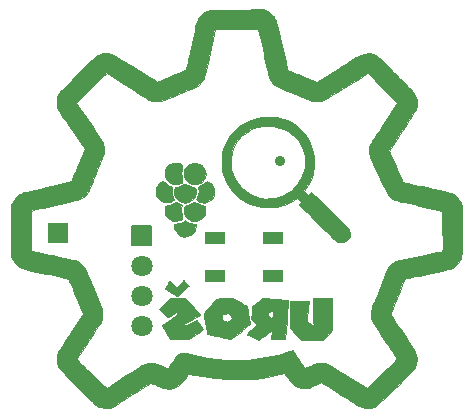
<source format=gbr>
%TF.GenerationSoftware,KiCad,Pcbnew,5.1.10-88a1d61d58~90~ubuntu20.04.1*%
%TF.CreationDate,2021-10-08T11:48:54+02:00*%
%TF.ProjectId,UROS_CO2-brkout,55524f53-5f43-44f3-922d-62726b6f7574,rev?*%
%TF.SameCoordinates,Original*%
%TF.FileFunction,Soldermask,Bot*%
%TF.FilePolarity,Negative*%
%FSLAX46Y46*%
G04 Gerber Fmt 4.6, Leading zero omitted, Abs format (unit mm)*
G04 Created by KiCad (PCBNEW 5.1.10-88a1d61d58~90~ubuntu20.04.1) date 2021-10-08 11:48:54*
%MOMM*%
%LPD*%
G01*
G04 APERTURE LIST*
%ADD10C,0.010000*%
%ADD11C,0.883477*%
%ADD12C,1.803400*%
%ADD13R,1.700000X1.700000*%
%ADD14R,1.800000X1.000000*%
G04 APERTURE END LIST*
D10*
%TO.C,Board3*%
G36*
X83740414Y-55377722D02*
G01*
X83904704Y-55467594D01*
X84066597Y-55576382D01*
X84145202Y-55640038D01*
X84218646Y-55709034D01*
X84283361Y-55778832D01*
X84341713Y-55856668D01*
X84396068Y-55949778D01*
X84448792Y-56065401D01*
X84502251Y-56210773D01*
X84558810Y-56393131D01*
X84620837Y-56619712D01*
X84690697Y-56897753D01*
X84770756Y-57234490D01*
X84863379Y-57637162D01*
X84970934Y-58113004D01*
X85008825Y-58281613D01*
X85100288Y-58686792D01*
X85186990Y-59066762D01*
X85267043Y-59413535D01*
X85338560Y-59719122D01*
X85399652Y-59975536D01*
X85448431Y-60174788D01*
X85483009Y-60308891D01*
X85501498Y-60369856D01*
X85503046Y-60372522D01*
X85548760Y-60395266D01*
X85663282Y-60445420D01*
X85836830Y-60518898D01*
X86059622Y-60611612D01*
X86321875Y-60719475D01*
X86613809Y-60838401D01*
X86751414Y-60894098D01*
X87968329Y-61385680D01*
X89772438Y-60279348D01*
X90133438Y-60058589D01*
X90478224Y-59848925D01*
X90798957Y-59655042D01*
X91087798Y-59481624D01*
X91336906Y-59333357D01*
X91538443Y-59214927D01*
X91684568Y-59131019D01*
X91767441Y-59086318D01*
X91772857Y-59083769D01*
X91914156Y-59032565D01*
X92075474Y-59004031D01*
X92286140Y-58993389D01*
X92329890Y-58993011D01*
X92520601Y-58995836D01*
X92660771Y-59011022D01*
X92784370Y-59045777D01*
X92925365Y-59107307D01*
X92969266Y-59128680D01*
X93038847Y-59165555D01*
X93110842Y-59210601D01*
X93191109Y-59269311D01*
X93285505Y-59347179D01*
X93399887Y-59449700D01*
X93540113Y-59582366D01*
X93712039Y-59750673D01*
X93921525Y-59960115D01*
X94174426Y-60216185D01*
X94476600Y-60524377D01*
X94689030Y-60741755D01*
X94980045Y-61041061D01*
X95255977Y-61327282D01*
X95510508Y-61593696D01*
X95737319Y-61833578D01*
X95930094Y-62040203D01*
X96082515Y-62206848D01*
X96188263Y-62326789D01*
X96241021Y-62393302D01*
X96241516Y-62394078D01*
X96386108Y-62700763D01*
X96455014Y-63036870D01*
X96447011Y-63391520D01*
X96385817Y-63676613D01*
X96351546Y-63748492D01*
X96274649Y-63883103D01*
X96159826Y-64072974D01*
X96011778Y-64310633D01*
X95835204Y-64588606D01*
X95634806Y-64899422D01*
X95415283Y-65235609D01*
X95202675Y-65557565D01*
X94073424Y-67258645D01*
X94665195Y-68543739D01*
X94808071Y-68852293D01*
X94941474Y-69137121D01*
X95060892Y-69388841D01*
X95161813Y-69598070D01*
X95239726Y-69755427D01*
X95290119Y-69851529D01*
X95306400Y-69877137D01*
X95356746Y-69895367D01*
X95481652Y-69928703D01*
X95672739Y-69975230D01*
X95921629Y-70033033D01*
X96219944Y-70100196D01*
X96559305Y-70174805D01*
X96931335Y-70254944D01*
X97303167Y-70333568D01*
X97849260Y-70449266D01*
X98313886Y-70550418D01*
X98698910Y-70637464D01*
X99006193Y-70710848D01*
X99237599Y-70771009D01*
X99394991Y-70818392D01*
X99467439Y-70846696D01*
X99676899Y-70980732D01*
X99883783Y-71169339D01*
X100062132Y-71385715D01*
X100174244Y-71576471D01*
X100196863Y-71628039D01*
X100215529Y-71681240D01*
X100230687Y-71744509D01*
X100242786Y-71826283D01*
X100252273Y-71934998D01*
X100259594Y-72079088D01*
X100265197Y-72266991D01*
X100269530Y-72507142D01*
X100273039Y-72807977D01*
X100276172Y-73177931D01*
X100278850Y-73549613D01*
X100281693Y-74112001D01*
X100281554Y-74596511D01*
X100278041Y-75009888D01*
X100270762Y-75358882D01*
X100259325Y-75650239D01*
X100243340Y-75890706D01*
X100222413Y-76087033D01*
X100196152Y-76245966D01*
X100164167Y-76374253D01*
X100126065Y-76478641D01*
X100106314Y-76520616D01*
X99941161Y-76775482D01*
X99728169Y-76997737D01*
X99490421Y-77164440D01*
X99426411Y-77196302D01*
X99321109Y-77232374D01*
X99135614Y-77281962D01*
X98873191Y-77344334D01*
X98537106Y-77418757D01*
X98130624Y-77504497D01*
X97657011Y-77600823D01*
X97366667Y-77658527D01*
X96981986Y-77734852D01*
X96622058Y-77807111D01*
X96295578Y-77873496D01*
X96011245Y-77932200D01*
X95777756Y-77981416D01*
X95603811Y-78019335D01*
X95498107Y-78044151D01*
X95469266Y-78052817D01*
X95445646Y-78094905D01*
X95394436Y-78204907D01*
X95320031Y-78372343D01*
X95226826Y-78586734D01*
X95119216Y-78837601D01*
X95001595Y-79114465D01*
X94878360Y-79406846D01*
X94753903Y-79704266D01*
X94632622Y-79996246D01*
X94518910Y-80272306D01*
X94417163Y-80521967D01*
X94331775Y-80734750D01*
X94267141Y-80900176D01*
X94227657Y-81007765D01*
X94220326Y-81030734D01*
X94241678Y-81070189D01*
X94305766Y-81172250D01*
X94407711Y-81329515D01*
X94542629Y-81534586D01*
X94705638Y-81780062D01*
X94891856Y-82058542D01*
X95096401Y-82362627D01*
X95207667Y-82527347D01*
X95425747Y-82851294D01*
X95632755Y-83161743D01*
X95822961Y-83449886D01*
X95990635Y-83706914D01*
X96130045Y-83924020D01*
X96235463Y-84092394D01*
X96301157Y-84203230D01*
X96315125Y-84229678D01*
X96424791Y-84546332D01*
X96459943Y-84878588D01*
X96421820Y-85208887D01*
X96311663Y-85519674D01*
X96212134Y-85688576D01*
X96154648Y-85757569D01*
X96043076Y-85878856D01*
X95884021Y-86045693D01*
X95684086Y-86251337D01*
X95449874Y-86489045D01*
X95187987Y-86752072D01*
X94905028Y-87033676D01*
X94612902Y-87321904D01*
X94248072Y-87679955D01*
X93937219Y-87983135D01*
X93674023Y-88236007D01*
X93452163Y-88443138D01*
X93265321Y-88609091D01*
X93107175Y-88738431D01*
X92971407Y-88835723D01*
X92851695Y-88905533D01*
X92741719Y-88952424D01*
X92635161Y-88980962D01*
X92525700Y-88995711D01*
X92407015Y-89001237D01*
X92286667Y-89002096D01*
X92050391Y-88992287D01*
X91852827Y-88964717D01*
X91754111Y-88937425D01*
X91708236Y-88917180D01*
X91639832Y-88881766D01*
X91544513Y-88828500D01*
X91417893Y-88754702D01*
X91255586Y-88657688D01*
X91053206Y-88534777D01*
X90806366Y-88383288D01*
X90510680Y-88200539D01*
X90161763Y-87983848D01*
X89755228Y-87730532D01*
X89286689Y-87437911D01*
X88751759Y-87103303D01*
X88642690Y-87035031D01*
X88321879Y-86834202D01*
X87817190Y-87073351D01*
X87610873Y-87170304D01*
X87459118Y-87236712D01*
X87340008Y-87278354D01*
X87231628Y-87301009D01*
X87112060Y-87310457D01*
X86959389Y-87312478D01*
X86910333Y-87312500D01*
X86615251Y-87296012D01*
X86363551Y-87241020D01*
X86142031Y-87139236D01*
X85937485Y-86982368D01*
X85736709Y-86762127D01*
X85526499Y-86470222D01*
X85496765Y-86425006D01*
X85393818Y-86273709D01*
X85303822Y-86153550D01*
X85238631Y-86079697D01*
X85214419Y-86063667D01*
X85153365Y-86073527D01*
X85033806Y-86099651D01*
X84879145Y-86136856D01*
X84843053Y-86145932D01*
X83795437Y-86368828D01*
X82717790Y-86514999D01*
X81616026Y-86584377D01*
X80496056Y-86576896D01*
X79363793Y-86492488D01*
X78225151Y-86331086D01*
X77682676Y-86227202D01*
X77466993Y-86184798D01*
X77282840Y-86153123D01*
X77144981Y-86134360D01*
X77068179Y-86130691D01*
X77057400Y-86134722D01*
X77031009Y-86183563D01*
X76970030Y-86286925D01*
X76884760Y-86427540D01*
X76823558Y-86526907D01*
X76595232Y-86846133D01*
X76351732Y-87085590D01*
X76085090Y-87249866D01*
X75787337Y-87343551D01*
X75450508Y-87371234D01*
X75362410Y-87368539D01*
X75219756Y-87358071D01*
X75094195Y-87338275D01*
X74964989Y-87302908D01*
X74811402Y-87245727D01*
X74612697Y-87160488D01*
X74493001Y-87106779D01*
X74293446Y-87019532D01*
X74119114Y-86948918D01*
X73985454Y-86900776D01*
X73907909Y-86880944D01*
X73897337Y-86881580D01*
X73851529Y-86908401D01*
X73742559Y-86976616D01*
X73578123Y-87081280D01*
X73365919Y-87217447D01*
X73113642Y-87380172D01*
X72828989Y-87564507D01*
X72519658Y-87765509D01*
X72366044Y-87865563D01*
X72041830Y-88075995D01*
X71733421Y-88274450D01*
X71449390Y-88455538D01*
X71198306Y-88613868D01*
X70988742Y-88744050D01*
X70829268Y-88840693D01*
X70728457Y-88898407D01*
X70706114Y-88909545D01*
X70486888Y-88975532D01*
X70225645Y-89007486D01*
X69958761Y-89003351D01*
X69734480Y-88964501D01*
X69567795Y-88905734D01*
X69403230Y-88829479D01*
X69344889Y-88795990D01*
X69281618Y-88745420D01*
X69165011Y-88641332D01*
X69001666Y-88490009D01*
X68798183Y-88297736D01*
X68561160Y-88070793D01*
X68297197Y-87815466D01*
X68012893Y-87538036D01*
X67714848Y-87244787D01*
X67693932Y-87224118D01*
X67331310Y-86865330D01*
X67024254Y-86559762D01*
X66768040Y-86301186D01*
X66557944Y-86083379D01*
X66389243Y-85900114D01*
X66257213Y-85745165D01*
X66157130Y-85612308D01*
X66084272Y-85495317D01*
X66033913Y-85387966D01*
X66001331Y-85284030D01*
X65981801Y-85177282D01*
X65970601Y-85061499D01*
X65963704Y-84943777D01*
X65958134Y-84749579D01*
X65968898Y-84604097D01*
X66000945Y-84472152D01*
X66047735Y-84346528D01*
X66093157Y-84257886D01*
X66180853Y-84108135D01*
X66305255Y-83906023D01*
X66460797Y-83660295D01*
X66641910Y-83379697D01*
X66843027Y-83072977D01*
X67058582Y-82748880D01*
X67173909Y-82577302D01*
X68197897Y-81059438D01*
X67602867Y-79592802D01*
X67466910Y-79259647D01*
X67339220Y-78950473D01*
X67223625Y-78674272D01*
X67123953Y-78440035D01*
X67044034Y-78256753D01*
X66987696Y-78133417D01*
X66958767Y-78079017D01*
X66957834Y-78077992D01*
X66907167Y-78059580D01*
X66782142Y-78026134D01*
X66591342Y-77979620D01*
X66343350Y-77922006D01*
X66046751Y-77855261D01*
X65710129Y-77781350D01*
X65342065Y-77702244D01*
X65045167Y-77639559D01*
X64614007Y-77548050D01*
X64215470Y-77461161D01*
X63857533Y-77380762D01*
X63548174Y-77308724D01*
X63295370Y-77246916D01*
X63107099Y-77197210D01*
X62991340Y-77161474D01*
X62970833Y-77153258D01*
X62673137Y-76975547D01*
X62434315Y-76737885D01*
X62263528Y-76463696D01*
X62124167Y-76180613D01*
X62124167Y-75008960D01*
X63760304Y-75008960D01*
X63760611Y-75269114D01*
X63761678Y-75474696D01*
X63763490Y-75616768D01*
X63766029Y-75686391D01*
X63767139Y-75692000D01*
X63810131Y-75700500D01*
X63927673Y-75724839D01*
X64111490Y-75763278D01*
X64353310Y-75814076D01*
X64644861Y-75875493D01*
X64977870Y-75945790D01*
X65344063Y-76023225D01*
X65678204Y-76093986D01*
X66177493Y-76201072D01*
X66616822Y-76297945D01*
X66992202Y-76383655D01*
X67299643Y-76457252D01*
X67535156Y-76517785D01*
X67694751Y-76564304D01*
X67766327Y-76591403D01*
X67948000Y-76709282D01*
X68135506Y-76875488D01*
X68298861Y-77061630D01*
X68365454Y-77158756D01*
X68396861Y-77222948D01*
X68456448Y-77356799D01*
X68540506Y-77551537D01*
X68645321Y-77798389D01*
X68767184Y-78088584D01*
X68902382Y-78413351D01*
X69047203Y-78763916D01*
X69133135Y-78973138D01*
X69827016Y-80666167D01*
X69826654Y-81089500D01*
X69823609Y-81297737D01*
X69812235Y-81445816D01*
X69788542Y-81558136D01*
X69748539Y-81659094D01*
X69726252Y-81703333D01*
X69680901Y-81779712D01*
X69593618Y-81917438D01*
X69470099Y-82107858D01*
X69316040Y-82342320D01*
X69137136Y-82612169D01*
X68939082Y-82908753D01*
X68727575Y-83223419D01*
X68653489Y-83333167D01*
X68442889Y-83645252D01*
X68247101Y-83936282D01*
X68071215Y-84198619D01*
X67920327Y-84424628D01*
X67799527Y-84606671D01*
X67713909Y-84737112D01*
X67668566Y-84808314D01*
X67662758Y-84818717D01*
X67687109Y-84859457D01*
X67765230Y-84950524D01*
X67889439Y-85084401D01*
X68052056Y-85253571D01*
X68245401Y-85450517D01*
X68461793Y-85667723D01*
X68693551Y-85897672D01*
X68932996Y-86132848D01*
X69172447Y-86365733D01*
X69404222Y-86588811D01*
X69620643Y-86794565D01*
X69814028Y-86975479D01*
X69976697Y-87124036D01*
X70100969Y-87232719D01*
X70179164Y-87294011D01*
X70202718Y-87304522D01*
X70247947Y-87275575D01*
X70356313Y-87205466D01*
X70520021Y-87099262D01*
X70731274Y-86962026D01*
X70982276Y-86798826D01*
X71265232Y-86614726D01*
X71572345Y-86414792D01*
X71692476Y-86336556D01*
X72010204Y-86130022D01*
X72309887Y-85936003D01*
X72583189Y-85759839D01*
X72821773Y-85606869D01*
X73017304Y-85482431D01*
X73161446Y-85391864D01*
X73245862Y-85340509D01*
X73259350Y-85332994D01*
X73370207Y-85289249D01*
X73525794Y-85243915D01*
X73650804Y-85215432D01*
X73838228Y-85190234D01*
X74022892Y-85193507D01*
X74221691Y-85228791D01*
X74451521Y-85299625D01*
X74729278Y-85409549D01*
X74870397Y-85470931D01*
X75056116Y-85552047D01*
X75213949Y-85618593D01*
X75327756Y-85663933D01*
X75381398Y-85681429D01*
X75382261Y-85681453D01*
X75415524Y-85646673D01*
X75482607Y-85552181D01*
X75574573Y-85411341D01*
X75682482Y-85237515D01*
X75712729Y-85187430D01*
X75858376Y-84946820D01*
X75970864Y-84768034D01*
X76059475Y-84639634D01*
X76133488Y-84550181D01*
X76202182Y-84488237D01*
X76274839Y-84442362D01*
X76344839Y-84408278D01*
X76487341Y-84356545D01*
X76634903Y-84334801D01*
X76807145Y-84343598D01*
X77023688Y-84383491D01*
X77222810Y-84433043D01*
X77980580Y-84611845D01*
X78767916Y-84755505D01*
X79565987Y-84862123D01*
X80355961Y-84929798D01*
X81119007Y-84956628D01*
X81836294Y-84940714D01*
X82084333Y-84923775D01*
X82645773Y-84870458D01*
X83160585Y-84804738D01*
X83654206Y-84721880D01*
X84152071Y-84617149D01*
X84679616Y-84485809D01*
X85174546Y-84348509D01*
X85417214Y-84279091D01*
X85629779Y-84219089D01*
X85799740Y-84171966D01*
X85914592Y-84141185D01*
X85961833Y-84130209D01*
X85962351Y-84130324D01*
X85986065Y-84166103D01*
X86049527Y-84261856D01*
X86145711Y-84406982D01*
X86267591Y-84590880D01*
X86408141Y-84802949D01*
X86444074Y-84857167D01*
X86589857Y-85076578D01*
X86720556Y-85272243D01*
X86828687Y-85433041D01*
X86906764Y-85547849D01*
X86947302Y-85605548D01*
X86950419Y-85609450D01*
X86997751Y-85605100D01*
X87105823Y-85569707D01*
X87259125Y-85509029D01*
X87442144Y-85428822D01*
X87463650Y-85418950D01*
X87666056Y-85326568D01*
X87814795Y-85264120D01*
X87932984Y-85225868D01*
X88043741Y-85206074D01*
X88170183Y-85198999D01*
X88335429Y-85198905D01*
X88349667Y-85199017D01*
X88559779Y-85204550D01*
X88710810Y-85220051D01*
X88828151Y-85249760D01*
X88935051Y-85296811D01*
X89009421Y-85339039D01*
X89147084Y-85421057D01*
X89339591Y-85537688D01*
X89578493Y-85683757D01*
X89855344Y-85854089D01*
X90161695Y-86043508D01*
X90489098Y-86246839D01*
X90683601Y-86368040D01*
X92248935Y-87344658D01*
X93504315Y-86100912D01*
X93772576Y-85834082D01*
X94020755Y-85585190D01*
X94242649Y-85360608D01*
X94432055Y-85166707D01*
X94582772Y-85009859D01*
X94688596Y-84896434D01*
X94743327Y-84832805D01*
X94749597Y-84821666D01*
X94724500Y-84780052D01*
X94656947Y-84675763D01*
X94551904Y-84516269D01*
X94414335Y-84309035D01*
X94249205Y-84061529D01*
X94061478Y-83781219D01*
X93856119Y-83475573D01*
X93743724Y-83308673D01*
X93527187Y-82985850D01*
X93322849Y-82678279D01*
X93136214Y-82394458D01*
X92972784Y-82142885D01*
X92838063Y-81932057D01*
X92737553Y-81770473D01*
X92676758Y-81666629D01*
X92663985Y-81641370D01*
X92585563Y-81389557D01*
X92551709Y-81110011D01*
X92565213Y-80839884D01*
X92593926Y-80708500D01*
X92628124Y-80608711D01*
X92689830Y-80443757D01*
X92774769Y-80224125D01*
X92878666Y-79960300D01*
X92997248Y-79662769D01*
X93126239Y-79342019D01*
X93261364Y-79008536D01*
X93398350Y-78672805D01*
X93532922Y-78345314D01*
X93660804Y-78036548D01*
X93777724Y-77756995D01*
X93879405Y-77517139D01*
X93961574Y-77327469D01*
X94019955Y-77198469D01*
X94044910Y-77148959D01*
X94196619Y-76944796D01*
X94400203Y-76751683D01*
X94624730Y-76598310D01*
X94657162Y-76581087D01*
X94745483Y-76549607D01*
X94912803Y-76504158D01*
X95154785Y-76445722D01*
X95467092Y-76375281D01*
X95845387Y-76293816D01*
X96285332Y-76202308D01*
X96722820Y-76113695D01*
X97110732Y-76036032D01*
X97472366Y-75963717D01*
X97799427Y-75898402D01*
X98083621Y-75841738D01*
X98316657Y-75795379D01*
X98490239Y-75760977D01*
X98596075Y-75740183D01*
X98626558Y-75734441D01*
X98628688Y-75693566D01*
X98630153Y-75576914D01*
X98630954Y-75393371D01*
X98631091Y-75151823D01*
X98630563Y-74861158D01*
X98629370Y-74530262D01*
X98627513Y-74168022D01*
X98626558Y-74012293D01*
X98615500Y-72290253D01*
X96668167Y-71878991D01*
X96178033Y-71774767D01*
X95764493Y-71685158D01*
X95421036Y-71608582D01*
X95141152Y-71543458D01*
X94918332Y-71488202D01*
X94746065Y-71441234D01*
X94617842Y-71400972D01*
X94527154Y-71365833D01*
X94497179Y-71351440D01*
X94386554Y-71290194D01*
X94287842Y-71224330D01*
X94196269Y-71146318D01*
X94107058Y-71048629D01*
X94015433Y-70923735D01*
X93916618Y-70764107D01*
X93805838Y-70562217D01*
X93678315Y-70310536D01*
X93529275Y-70001535D01*
X93353940Y-69627686D01*
X93219382Y-69337187D01*
X93063284Y-68997927D01*
X92916240Y-68675942D01*
X92782590Y-68380919D01*
X92666677Y-68122544D01*
X92572844Y-67910503D01*
X92505432Y-67754482D01*
X92468783Y-67664170D01*
X92466334Y-67657261D01*
X92428002Y-67461831D01*
X92422247Y-67222963D01*
X92446862Y-66974413D01*
X92499639Y-66749934D01*
X92531022Y-66667917D01*
X92570950Y-66595409D01*
X92652765Y-66460440D01*
X92771366Y-66270978D01*
X92921651Y-66034992D01*
X93098519Y-65760453D01*
X93296866Y-65455327D01*
X93511593Y-65127585D01*
X93700006Y-64841968D01*
X94786908Y-63199435D01*
X93548270Y-61931551D01*
X93283783Y-61660986D01*
X93038272Y-61410160D01*
X92817902Y-61185343D01*
X92628832Y-60992806D01*
X92477225Y-60838820D01*
X92369242Y-60729658D01*
X92311046Y-60671589D01*
X92302511Y-60663667D01*
X92266155Y-60685124D01*
X92164685Y-60746638D01*
X92005111Y-60843919D01*
X91794442Y-60972679D01*
X91539689Y-61128630D01*
X91247862Y-61307483D01*
X90925971Y-61504950D01*
X90581026Y-61716742D01*
X90565944Y-61726006D01*
X90211590Y-61943268D01*
X89872775Y-62150228D01*
X89557644Y-62341963D01*
X89274342Y-62513555D01*
X89031013Y-62660082D01*
X88835802Y-62776623D01*
X88696852Y-62858258D01*
X88624833Y-62898763D01*
X88510067Y-62952758D01*
X88400777Y-62986095D01*
X88270131Y-63003687D01*
X88091296Y-63010449D01*
X88011000Y-63011173D01*
X87608833Y-63013167D01*
X86159151Y-62431762D01*
X85821879Y-62295480D01*
X85503694Y-62164976D01*
X85214598Y-62044497D01*
X84964596Y-61938292D01*
X84763690Y-61850608D01*
X84621882Y-61785693D01*
X84550484Y-61748644D01*
X84319827Y-61562105D01*
X84121803Y-61327505D01*
X83978675Y-61072598D01*
X83951798Y-61002333D01*
X83932281Y-60931072D01*
X83896561Y-60786226D01*
X83846745Y-60576873D01*
X83784940Y-60312090D01*
X83713254Y-60000957D01*
X83633795Y-59652550D01*
X83548669Y-59275947D01*
X83480110Y-58970333D01*
X83392933Y-58580543D01*
X83310876Y-58213850D01*
X83235899Y-57879008D01*
X83169966Y-57584769D01*
X83115038Y-57339885D01*
X83073078Y-57153109D01*
X83046046Y-57033193D01*
X83036480Y-56991250D01*
X83026151Y-56957263D01*
X83005620Y-56932507D01*
X82962958Y-56915521D01*
X82886238Y-56904840D01*
X82763532Y-56899002D01*
X82582913Y-56896545D01*
X82332452Y-56896006D01*
X82259727Y-56896000D01*
X81990673Y-56897227D01*
X81661550Y-56900660D01*
X81296916Y-56905928D01*
X80921329Y-56912658D01*
X80559346Y-56920479D01*
X80426521Y-56923761D01*
X79347641Y-56951522D01*
X78916569Y-58956757D01*
X78828204Y-59363338D01*
X78742341Y-59749929D01*
X78661106Y-60107547D01*
X78586622Y-60427211D01*
X78521014Y-60699938D01*
X78466406Y-60916746D01*
X78424921Y-61068653D01*
X78398686Y-61146675D01*
X78216548Y-61437523D01*
X77972109Y-61672745D01*
X77780134Y-61793899D01*
X77681736Y-61840715D01*
X77515936Y-61914021D01*
X77294026Y-62009065D01*
X77027295Y-62121090D01*
X76727033Y-62245342D01*
X76404529Y-62377068D01*
X76178833Y-62468263D01*
X74824167Y-63013167D01*
X74400833Y-63011605D01*
X74179532Y-63006723D01*
X74021624Y-62992025D01*
X73906115Y-62964549D01*
X73829535Y-62931066D01*
X73764621Y-62893087D01*
X73635729Y-62814743D01*
X73450520Y-62700788D01*
X73216657Y-62555979D01*
X72941803Y-62385072D01*
X72633619Y-62192821D01*
X72299768Y-61983984D01*
X71947914Y-61763315D01*
X71933955Y-61754549D01*
X70186340Y-60657010D01*
X69901753Y-60911524D01*
X69801099Y-61004866D01*
X69650738Y-61148757D01*
X69460513Y-61333561D01*
X69240269Y-61549643D01*
X68999848Y-61787366D01*
X68749095Y-62037096D01*
X68629190Y-62157163D01*
X67641213Y-63148286D01*
X68697594Y-64710560D01*
X68921165Y-65042223D01*
X69133026Y-65358473D01*
X69327778Y-65651114D01*
X69500026Y-65911946D01*
X69644370Y-66132772D01*
X69755413Y-66305394D01*
X69827758Y-66421614D01*
X69851629Y-66463333D01*
X69915832Y-66644129D01*
X69957919Y-66874214D01*
X69975282Y-67120488D01*
X69965315Y-67349852D01*
X69933735Y-67505788D01*
X69901618Y-67593949D01*
X69841689Y-67748347D01*
X69758557Y-67957754D01*
X69656826Y-68210947D01*
X69541105Y-68496698D01*
X69415998Y-68803784D01*
X69286114Y-69120979D01*
X69156058Y-69437057D01*
X69030436Y-69740794D01*
X68913857Y-70020963D01*
X68810925Y-70266339D01*
X68726248Y-70465698D01*
X68664432Y-70607814D01*
X68632200Y-70677403D01*
X68514258Y-70851108D01*
X68345510Y-71028965D01*
X68154172Y-71184731D01*
X67973603Y-71289929D01*
X67893260Y-71316643D01*
X67740499Y-71359271D01*
X67525527Y-71415265D01*
X67258557Y-71482076D01*
X66949797Y-71557156D01*
X66609458Y-71637957D01*
X66247750Y-71721929D01*
X66188167Y-71735583D01*
X65812455Y-71821534D01*
X65446369Y-71905320D01*
X65101959Y-71984178D01*
X64791277Y-72055348D01*
X64526376Y-72116069D01*
X64319308Y-72163580D01*
X64182125Y-72195120D01*
X64177333Y-72196225D01*
X63775167Y-72288931D01*
X63764103Y-73990466D01*
X63762034Y-74360697D01*
X63760773Y-74703175D01*
X63760304Y-75008960D01*
X62124167Y-75008960D01*
X62124167Y-71818500D01*
X62235722Y-71580586D01*
X62401662Y-71301562D01*
X62613670Y-71060419D01*
X62847358Y-70882862D01*
X62918607Y-70850486D01*
X63038413Y-70809458D01*
X63211597Y-70758531D01*
X63442979Y-70696457D01*
X63737380Y-70621989D01*
X64099620Y-70533879D01*
X64534518Y-70430879D01*
X65046895Y-70311742D01*
X65108665Y-70297489D01*
X65515788Y-70203055D01*
X65897872Y-70113348D01*
X66246969Y-70030309D01*
X66555129Y-69955881D01*
X66814404Y-69892006D01*
X67016843Y-69840626D01*
X67154497Y-69803683D01*
X67219418Y-69783119D01*
X67223265Y-69780867D01*
X67246690Y-69734179D01*
X67297968Y-69618443D01*
X67373125Y-69443066D01*
X67468191Y-69217457D01*
X67579192Y-68951025D01*
X67702155Y-68653179D01*
X67794314Y-68428358D01*
X68332129Y-67112549D01*
X67218681Y-65465024D01*
X66968351Y-65092396D01*
X66738539Y-64745922D01*
X66533505Y-64432277D01*
X66357512Y-64158136D01*
X66214822Y-63930174D01*
X66109695Y-63755066D01*
X66046394Y-63639487D01*
X66031665Y-63605833D01*
X65963857Y-63293646D01*
X65964788Y-62966469D01*
X66031249Y-62647202D01*
X66160030Y-62358746D01*
X66218933Y-62269713D01*
X66276924Y-62201849D01*
X66388851Y-62081611D01*
X66548068Y-61915768D01*
X66747924Y-61711090D01*
X66981771Y-61474345D01*
X67242962Y-61212303D01*
X67524848Y-60931732D01*
X67801827Y-60658059D01*
X68162444Y-60303581D01*
X68469354Y-60004075D01*
X68728847Y-59754775D01*
X68947215Y-59550916D01*
X69130749Y-59387731D01*
X69285738Y-59260455D01*
X69418475Y-59164321D01*
X69535249Y-59094564D01*
X69642352Y-59046417D01*
X69746074Y-59015114D01*
X69852707Y-58995890D01*
X69968541Y-58983978D01*
X70016265Y-58980379D01*
X70135240Y-58973168D01*
X70243244Y-58972000D01*
X70347561Y-58980339D01*
X70455478Y-59001648D01*
X70574277Y-59039389D01*
X70711244Y-59097026D01*
X70873664Y-59178022D01*
X71068821Y-59285839D01*
X71303999Y-59423940D01*
X71586483Y-59595788D01*
X71923559Y-59804847D01*
X72322509Y-60054578D01*
X72467929Y-60145844D01*
X72817223Y-60365050D01*
X73148326Y-60572697D01*
X73453572Y-60763990D01*
X73725299Y-60934134D01*
X73955844Y-61078330D01*
X74137544Y-61191785D01*
X74262734Y-61269701D01*
X74323247Y-61306980D01*
X74457327Y-61387562D01*
X75677913Y-60893935D01*
X75979351Y-60771791D01*
X76254664Y-60659777D01*
X76494272Y-60561827D01*
X76688593Y-60481876D01*
X76828045Y-60423858D01*
X76903047Y-60391707D01*
X76913306Y-60386654D01*
X76926359Y-60343039D01*
X76954221Y-60229211D01*
X76993987Y-60057750D01*
X77042750Y-59841237D01*
X77097604Y-59592250D01*
X77110262Y-59534083D01*
X77170515Y-59256513D01*
X77243851Y-58918565D01*
X77325417Y-58542608D01*
X77410362Y-58151009D01*
X77493832Y-57766136D01*
X77553997Y-57488667D01*
X77641004Y-57093231D01*
X77715743Y-56770886D01*
X77781949Y-56511580D01*
X77843358Y-56305262D01*
X77903704Y-56141883D01*
X77966722Y-56011392D01*
X78036148Y-55903737D01*
X78115717Y-55808869D01*
X78209163Y-55716736D01*
X78214237Y-55712048D01*
X78471073Y-55515556D01*
X78748685Y-55388442D01*
X78951667Y-55336450D01*
X79049084Y-55325793D01*
X79225037Y-55315777D01*
X79473398Y-55306549D01*
X79788036Y-55298258D01*
X80162824Y-55291052D01*
X80591631Y-55285079D01*
X81068329Y-55280487D01*
X81343500Y-55278634D01*
X83502500Y-55266167D01*
X83740414Y-55377722D01*
G37*
X83740414Y-55377722D02*
X83904704Y-55467594D01*
X84066597Y-55576382D01*
X84145202Y-55640038D01*
X84218646Y-55709034D01*
X84283361Y-55778832D01*
X84341713Y-55856668D01*
X84396068Y-55949778D01*
X84448792Y-56065401D01*
X84502251Y-56210773D01*
X84558810Y-56393131D01*
X84620837Y-56619712D01*
X84690697Y-56897753D01*
X84770756Y-57234490D01*
X84863379Y-57637162D01*
X84970934Y-58113004D01*
X85008825Y-58281613D01*
X85100288Y-58686792D01*
X85186990Y-59066762D01*
X85267043Y-59413535D01*
X85338560Y-59719122D01*
X85399652Y-59975536D01*
X85448431Y-60174788D01*
X85483009Y-60308891D01*
X85501498Y-60369856D01*
X85503046Y-60372522D01*
X85548760Y-60395266D01*
X85663282Y-60445420D01*
X85836830Y-60518898D01*
X86059622Y-60611612D01*
X86321875Y-60719475D01*
X86613809Y-60838401D01*
X86751414Y-60894098D01*
X87968329Y-61385680D01*
X89772438Y-60279348D01*
X90133438Y-60058589D01*
X90478224Y-59848925D01*
X90798957Y-59655042D01*
X91087798Y-59481624D01*
X91336906Y-59333357D01*
X91538443Y-59214927D01*
X91684568Y-59131019D01*
X91767441Y-59086318D01*
X91772857Y-59083769D01*
X91914156Y-59032565D01*
X92075474Y-59004031D01*
X92286140Y-58993389D01*
X92329890Y-58993011D01*
X92520601Y-58995836D01*
X92660771Y-59011022D01*
X92784370Y-59045777D01*
X92925365Y-59107307D01*
X92969266Y-59128680D01*
X93038847Y-59165555D01*
X93110842Y-59210601D01*
X93191109Y-59269311D01*
X93285505Y-59347179D01*
X93399887Y-59449700D01*
X93540113Y-59582366D01*
X93712039Y-59750673D01*
X93921525Y-59960115D01*
X94174426Y-60216185D01*
X94476600Y-60524377D01*
X94689030Y-60741755D01*
X94980045Y-61041061D01*
X95255977Y-61327282D01*
X95510508Y-61593696D01*
X95737319Y-61833578D01*
X95930094Y-62040203D01*
X96082515Y-62206848D01*
X96188263Y-62326789D01*
X96241021Y-62393302D01*
X96241516Y-62394078D01*
X96386108Y-62700763D01*
X96455014Y-63036870D01*
X96447011Y-63391520D01*
X96385817Y-63676613D01*
X96351546Y-63748492D01*
X96274649Y-63883103D01*
X96159826Y-64072974D01*
X96011778Y-64310633D01*
X95835204Y-64588606D01*
X95634806Y-64899422D01*
X95415283Y-65235609D01*
X95202675Y-65557565D01*
X94073424Y-67258645D01*
X94665195Y-68543739D01*
X94808071Y-68852293D01*
X94941474Y-69137121D01*
X95060892Y-69388841D01*
X95161813Y-69598070D01*
X95239726Y-69755427D01*
X95290119Y-69851529D01*
X95306400Y-69877137D01*
X95356746Y-69895367D01*
X95481652Y-69928703D01*
X95672739Y-69975230D01*
X95921629Y-70033033D01*
X96219944Y-70100196D01*
X96559305Y-70174805D01*
X96931335Y-70254944D01*
X97303167Y-70333568D01*
X97849260Y-70449266D01*
X98313886Y-70550418D01*
X98698910Y-70637464D01*
X99006193Y-70710848D01*
X99237599Y-70771009D01*
X99394991Y-70818392D01*
X99467439Y-70846696D01*
X99676899Y-70980732D01*
X99883783Y-71169339D01*
X100062132Y-71385715D01*
X100174244Y-71576471D01*
X100196863Y-71628039D01*
X100215529Y-71681240D01*
X100230687Y-71744509D01*
X100242786Y-71826283D01*
X100252273Y-71934998D01*
X100259594Y-72079088D01*
X100265197Y-72266991D01*
X100269530Y-72507142D01*
X100273039Y-72807977D01*
X100276172Y-73177931D01*
X100278850Y-73549613D01*
X100281693Y-74112001D01*
X100281554Y-74596511D01*
X100278041Y-75009888D01*
X100270762Y-75358882D01*
X100259325Y-75650239D01*
X100243340Y-75890706D01*
X100222413Y-76087033D01*
X100196152Y-76245966D01*
X100164167Y-76374253D01*
X100126065Y-76478641D01*
X100106314Y-76520616D01*
X99941161Y-76775482D01*
X99728169Y-76997737D01*
X99490421Y-77164440D01*
X99426411Y-77196302D01*
X99321109Y-77232374D01*
X99135614Y-77281962D01*
X98873191Y-77344334D01*
X98537106Y-77418757D01*
X98130624Y-77504497D01*
X97657011Y-77600823D01*
X97366667Y-77658527D01*
X96981986Y-77734852D01*
X96622058Y-77807111D01*
X96295578Y-77873496D01*
X96011245Y-77932200D01*
X95777756Y-77981416D01*
X95603811Y-78019335D01*
X95498107Y-78044151D01*
X95469266Y-78052817D01*
X95445646Y-78094905D01*
X95394436Y-78204907D01*
X95320031Y-78372343D01*
X95226826Y-78586734D01*
X95119216Y-78837601D01*
X95001595Y-79114465D01*
X94878360Y-79406846D01*
X94753903Y-79704266D01*
X94632622Y-79996246D01*
X94518910Y-80272306D01*
X94417163Y-80521967D01*
X94331775Y-80734750D01*
X94267141Y-80900176D01*
X94227657Y-81007765D01*
X94220326Y-81030734D01*
X94241678Y-81070189D01*
X94305766Y-81172250D01*
X94407711Y-81329515D01*
X94542629Y-81534586D01*
X94705638Y-81780062D01*
X94891856Y-82058542D01*
X95096401Y-82362627D01*
X95207667Y-82527347D01*
X95425747Y-82851294D01*
X95632755Y-83161743D01*
X95822961Y-83449886D01*
X95990635Y-83706914D01*
X96130045Y-83924020D01*
X96235463Y-84092394D01*
X96301157Y-84203230D01*
X96315125Y-84229678D01*
X96424791Y-84546332D01*
X96459943Y-84878588D01*
X96421820Y-85208887D01*
X96311663Y-85519674D01*
X96212134Y-85688576D01*
X96154648Y-85757569D01*
X96043076Y-85878856D01*
X95884021Y-86045693D01*
X95684086Y-86251337D01*
X95449874Y-86489045D01*
X95187987Y-86752072D01*
X94905028Y-87033676D01*
X94612902Y-87321904D01*
X94248072Y-87679955D01*
X93937219Y-87983135D01*
X93674023Y-88236007D01*
X93452163Y-88443138D01*
X93265321Y-88609091D01*
X93107175Y-88738431D01*
X92971407Y-88835723D01*
X92851695Y-88905533D01*
X92741719Y-88952424D01*
X92635161Y-88980962D01*
X92525700Y-88995711D01*
X92407015Y-89001237D01*
X92286667Y-89002096D01*
X92050391Y-88992287D01*
X91852827Y-88964717D01*
X91754111Y-88937425D01*
X91708236Y-88917180D01*
X91639832Y-88881766D01*
X91544513Y-88828500D01*
X91417893Y-88754702D01*
X91255586Y-88657688D01*
X91053206Y-88534777D01*
X90806366Y-88383288D01*
X90510680Y-88200539D01*
X90161763Y-87983848D01*
X89755228Y-87730532D01*
X89286689Y-87437911D01*
X88751759Y-87103303D01*
X88642690Y-87035031D01*
X88321879Y-86834202D01*
X87817190Y-87073351D01*
X87610873Y-87170304D01*
X87459118Y-87236712D01*
X87340008Y-87278354D01*
X87231628Y-87301009D01*
X87112060Y-87310457D01*
X86959389Y-87312478D01*
X86910333Y-87312500D01*
X86615251Y-87296012D01*
X86363551Y-87241020D01*
X86142031Y-87139236D01*
X85937485Y-86982368D01*
X85736709Y-86762127D01*
X85526499Y-86470222D01*
X85496765Y-86425006D01*
X85393818Y-86273709D01*
X85303822Y-86153550D01*
X85238631Y-86079697D01*
X85214419Y-86063667D01*
X85153365Y-86073527D01*
X85033806Y-86099651D01*
X84879145Y-86136856D01*
X84843053Y-86145932D01*
X83795437Y-86368828D01*
X82717790Y-86514999D01*
X81616026Y-86584377D01*
X80496056Y-86576896D01*
X79363793Y-86492488D01*
X78225151Y-86331086D01*
X77682676Y-86227202D01*
X77466993Y-86184798D01*
X77282840Y-86153123D01*
X77144981Y-86134360D01*
X77068179Y-86130691D01*
X77057400Y-86134722D01*
X77031009Y-86183563D01*
X76970030Y-86286925D01*
X76884760Y-86427540D01*
X76823558Y-86526907D01*
X76595232Y-86846133D01*
X76351732Y-87085590D01*
X76085090Y-87249866D01*
X75787337Y-87343551D01*
X75450508Y-87371234D01*
X75362410Y-87368539D01*
X75219756Y-87358071D01*
X75094195Y-87338275D01*
X74964989Y-87302908D01*
X74811402Y-87245727D01*
X74612697Y-87160488D01*
X74493001Y-87106779D01*
X74293446Y-87019532D01*
X74119114Y-86948918D01*
X73985454Y-86900776D01*
X73907909Y-86880944D01*
X73897337Y-86881580D01*
X73851529Y-86908401D01*
X73742559Y-86976616D01*
X73578123Y-87081280D01*
X73365919Y-87217447D01*
X73113642Y-87380172D01*
X72828989Y-87564507D01*
X72519658Y-87765509D01*
X72366044Y-87865563D01*
X72041830Y-88075995D01*
X71733421Y-88274450D01*
X71449390Y-88455538D01*
X71198306Y-88613868D01*
X70988742Y-88744050D01*
X70829268Y-88840693D01*
X70728457Y-88898407D01*
X70706114Y-88909545D01*
X70486888Y-88975532D01*
X70225645Y-89007486D01*
X69958761Y-89003351D01*
X69734480Y-88964501D01*
X69567795Y-88905734D01*
X69403230Y-88829479D01*
X69344889Y-88795990D01*
X69281618Y-88745420D01*
X69165011Y-88641332D01*
X69001666Y-88490009D01*
X68798183Y-88297736D01*
X68561160Y-88070793D01*
X68297197Y-87815466D01*
X68012893Y-87538036D01*
X67714848Y-87244787D01*
X67693932Y-87224118D01*
X67331310Y-86865330D01*
X67024254Y-86559762D01*
X66768040Y-86301186D01*
X66557944Y-86083379D01*
X66389243Y-85900114D01*
X66257213Y-85745165D01*
X66157130Y-85612308D01*
X66084272Y-85495317D01*
X66033913Y-85387966D01*
X66001331Y-85284030D01*
X65981801Y-85177282D01*
X65970601Y-85061499D01*
X65963704Y-84943777D01*
X65958134Y-84749579D01*
X65968898Y-84604097D01*
X66000945Y-84472152D01*
X66047735Y-84346528D01*
X66093157Y-84257886D01*
X66180853Y-84108135D01*
X66305255Y-83906023D01*
X66460797Y-83660295D01*
X66641910Y-83379697D01*
X66843027Y-83072977D01*
X67058582Y-82748880D01*
X67173909Y-82577302D01*
X68197897Y-81059438D01*
X67602867Y-79592802D01*
X67466910Y-79259647D01*
X67339220Y-78950473D01*
X67223625Y-78674272D01*
X67123953Y-78440035D01*
X67044034Y-78256753D01*
X66987696Y-78133417D01*
X66958767Y-78079017D01*
X66957834Y-78077992D01*
X66907167Y-78059580D01*
X66782142Y-78026134D01*
X66591342Y-77979620D01*
X66343350Y-77922006D01*
X66046751Y-77855261D01*
X65710129Y-77781350D01*
X65342065Y-77702244D01*
X65045167Y-77639559D01*
X64614007Y-77548050D01*
X64215470Y-77461161D01*
X63857533Y-77380762D01*
X63548174Y-77308724D01*
X63295370Y-77246916D01*
X63107099Y-77197210D01*
X62991340Y-77161474D01*
X62970833Y-77153258D01*
X62673137Y-76975547D01*
X62434315Y-76737885D01*
X62263528Y-76463696D01*
X62124167Y-76180613D01*
X62124167Y-75008960D01*
X63760304Y-75008960D01*
X63760611Y-75269114D01*
X63761678Y-75474696D01*
X63763490Y-75616768D01*
X63766029Y-75686391D01*
X63767139Y-75692000D01*
X63810131Y-75700500D01*
X63927673Y-75724839D01*
X64111490Y-75763278D01*
X64353310Y-75814076D01*
X64644861Y-75875493D01*
X64977870Y-75945790D01*
X65344063Y-76023225D01*
X65678204Y-76093986D01*
X66177493Y-76201072D01*
X66616822Y-76297945D01*
X66992202Y-76383655D01*
X67299643Y-76457252D01*
X67535156Y-76517785D01*
X67694751Y-76564304D01*
X67766327Y-76591403D01*
X67948000Y-76709282D01*
X68135506Y-76875488D01*
X68298861Y-77061630D01*
X68365454Y-77158756D01*
X68396861Y-77222948D01*
X68456448Y-77356799D01*
X68540506Y-77551537D01*
X68645321Y-77798389D01*
X68767184Y-78088584D01*
X68902382Y-78413351D01*
X69047203Y-78763916D01*
X69133135Y-78973138D01*
X69827016Y-80666167D01*
X69826654Y-81089500D01*
X69823609Y-81297737D01*
X69812235Y-81445816D01*
X69788542Y-81558136D01*
X69748539Y-81659094D01*
X69726252Y-81703333D01*
X69680901Y-81779712D01*
X69593618Y-81917438D01*
X69470099Y-82107858D01*
X69316040Y-82342320D01*
X69137136Y-82612169D01*
X68939082Y-82908753D01*
X68727575Y-83223419D01*
X68653489Y-83333167D01*
X68442889Y-83645252D01*
X68247101Y-83936282D01*
X68071215Y-84198619D01*
X67920327Y-84424628D01*
X67799527Y-84606671D01*
X67713909Y-84737112D01*
X67668566Y-84808314D01*
X67662758Y-84818717D01*
X67687109Y-84859457D01*
X67765230Y-84950524D01*
X67889439Y-85084401D01*
X68052056Y-85253571D01*
X68245401Y-85450517D01*
X68461793Y-85667723D01*
X68693551Y-85897672D01*
X68932996Y-86132848D01*
X69172447Y-86365733D01*
X69404222Y-86588811D01*
X69620643Y-86794565D01*
X69814028Y-86975479D01*
X69976697Y-87124036D01*
X70100969Y-87232719D01*
X70179164Y-87294011D01*
X70202718Y-87304522D01*
X70247947Y-87275575D01*
X70356313Y-87205466D01*
X70520021Y-87099262D01*
X70731274Y-86962026D01*
X70982276Y-86798826D01*
X71265232Y-86614726D01*
X71572345Y-86414792D01*
X71692476Y-86336556D01*
X72010204Y-86130022D01*
X72309887Y-85936003D01*
X72583189Y-85759839D01*
X72821773Y-85606869D01*
X73017304Y-85482431D01*
X73161446Y-85391864D01*
X73245862Y-85340509D01*
X73259350Y-85332994D01*
X73370207Y-85289249D01*
X73525794Y-85243915D01*
X73650804Y-85215432D01*
X73838228Y-85190234D01*
X74022892Y-85193507D01*
X74221691Y-85228791D01*
X74451521Y-85299625D01*
X74729278Y-85409549D01*
X74870397Y-85470931D01*
X75056116Y-85552047D01*
X75213949Y-85618593D01*
X75327756Y-85663933D01*
X75381398Y-85681429D01*
X75382261Y-85681453D01*
X75415524Y-85646673D01*
X75482607Y-85552181D01*
X75574573Y-85411341D01*
X75682482Y-85237515D01*
X75712729Y-85187430D01*
X75858376Y-84946820D01*
X75970864Y-84768034D01*
X76059475Y-84639634D01*
X76133488Y-84550181D01*
X76202182Y-84488237D01*
X76274839Y-84442362D01*
X76344839Y-84408278D01*
X76487341Y-84356545D01*
X76634903Y-84334801D01*
X76807145Y-84343598D01*
X77023688Y-84383491D01*
X77222810Y-84433043D01*
X77980580Y-84611845D01*
X78767916Y-84755505D01*
X79565987Y-84862123D01*
X80355961Y-84929798D01*
X81119007Y-84956628D01*
X81836294Y-84940714D01*
X82084333Y-84923775D01*
X82645773Y-84870458D01*
X83160585Y-84804738D01*
X83654206Y-84721880D01*
X84152071Y-84617149D01*
X84679616Y-84485809D01*
X85174546Y-84348509D01*
X85417214Y-84279091D01*
X85629779Y-84219089D01*
X85799740Y-84171966D01*
X85914592Y-84141185D01*
X85961833Y-84130209D01*
X85962351Y-84130324D01*
X85986065Y-84166103D01*
X86049527Y-84261856D01*
X86145711Y-84406982D01*
X86267591Y-84590880D01*
X86408141Y-84802949D01*
X86444074Y-84857167D01*
X86589857Y-85076578D01*
X86720556Y-85272243D01*
X86828687Y-85433041D01*
X86906764Y-85547849D01*
X86947302Y-85605548D01*
X86950419Y-85609450D01*
X86997751Y-85605100D01*
X87105823Y-85569707D01*
X87259125Y-85509029D01*
X87442144Y-85428822D01*
X87463650Y-85418950D01*
X87666056Y-85326568D01*
X87814795Y-85264120D01*
X87932984Y-85225868D01*
X88043741Y-85206074D01*
X88170183Y-85198999D01*
X88335429Y-85198905D01*
X88349667Y-85199017D01*
X88559779Y-85204550D01*
X88710810Y-85220051D01*
X88828151Y-85249760D01*
X88935051Y-85296811D01*
X89009421Y-85339039D01*
X89147084Y-85421057D01*
X89339591Y-85537688D01*
X89578493Y-85683757D01*
X89855344Y-85854089D01*
X90161695Y-86043508D01*
X90489098Y-86246839D01*
X90683601Y-86368040D01*
X92248935Y-87344658D01*
X93504315Y-86100912D01*
X93772576Y-85834082D01*
X94020755Y-85585190D01*
X94242649Y-85360608D01*
X94432055Y-85166707D01*
X94582772Y-85009859D01*
X94688596Y-84896434D01*
X94743327Y-84832805D01*
X94749597Y-84821666D01*
X94724500Y-84780052D01*
X94656947Y-84675763D01*
X94551904Y-84516269D01*
X94414335Y-84309035D01*
X94249205Y-84061529D01*
X94061478Y-83781219D01*
X93856119Y-83475573D01*
X93743724Y-83308673D01*
X93527187Y-82985850D01*
X93322849Y-82678279D01*
X93136214Y-82394458D01*
X92972784Y-82142885D01*
X92838063Y-81932057D01*
X92737553Y-81770473D01*
X92676758Y-81666629D01*
X92663985Y-81641370D01*
X92585563Y-81389557D01*
X92551709Y-81110011D01*
X92565213Y-80839884D01*
X92593926Y-80708500D01*
X92628124Y-80608711D01*
X92689830Y-80443757D01*
X92774769Y-80224125D01*
X92878666Y-79960300D01*
X92997248Y-79662769D01*
X93126239Y-79342019D01*
X93261364Y-79008536D01*
X93398350Y-78672805D01*
X93532922Y-78345314D01*
X93660804Y-78036548D01*
X93777724Y-77756995D01*
X93879405Y-77517139D01*
X93961574Y-77327469D01*
X94019955Y-77198469D01*
X94044910Y-77148959D01*
X94196619Y-76944796D01*
X94400203Y-76751683D01*
X94624730Y-76598310D01*
X94657162Y-76581087D01*
X94745483Y-76549607D01*
X94912803Y-76504158D01*
X95154785Y-76445722D01*
X95467092Y-76375281D01*
X95845387Y-76293816D01*
X96285332Y-76202308D01*
X96722820Y-76113695D01*
X97110732Y-76036032D01*
X97472366Y-75963717D01*
X97799427Y-75898402D01*
X98083621Y-75841738D01*
X98316657Y-75795379D01*
X98490239Y-75760977D01*
X98596075Y-75740183D01*
X98626558Y-75734441D01*
X98628688Y-75693566D01*
X98630153Y-75576914D01*
X98630954Y-75393371D01*
X98631091Y-75151823D01*
X98630563Y-74861158D01*
X98629370Y-74530262D01*
X98627513Y-74168022D01*
X98626558Y-74012293D01*
X98615500Y-72290253D01*
X96668167Y-71878991D01*
X96178033Y-71774767D01*
X95764493Y-71685158D01*
X95421036Y-71608582D01*
X95141152Y-71543458D01*
X94918332Y-71488202D01*
X94746065Y-71441234D01*
X94617842Y-71400972D01*
X94527154Y-71365833D01*
X94497179Y-71351440D01*
X94386554Y-71290194D01*
X94287842Y-71224330D01*
X94196269Y-71146318D01*
X94107058Y-71048629D01*
X94015433Y-70923735D01*
X93916618Y-70764107D01*
X93805838Y-70562217D01*
X93678315Y-70310536D01*
X93529275Y-70001535D01*
X93353940Y-69627686D01*
X93219382Y-69337187D01*
X93063284Y-68997927D01*
X92916240Y-68675942D01*
X92782590Y-68380919D01*
X92666677Y-68122544D01*
X92572844Y-67910503D01*
X92505432Y-67754482D01*
X92468783Y-67664170D01*
X92466334Y-67657261D01*
X92428002Y-67461831D01*
X92422247Y-67222963D01*
X92446862Y-66974413D01*
X92499639Y-66749934D01*
X92531022Y-66667917D01*
X92570950Y-66595409D01*
X92652765Y-66460440D01*
X92771366Y-66270978D01*
X92921651Y-66034992D01*
X93098519Y-65760453D01*
X93296866Y-65455327D01*
X93511593Y-65127585D01*
X93700006Y-64841968D01*
X94786908Y-63199435D01*
X93548270Y-61931551D01*
X93283783Y-61660986D01*
X93038272Y-61410160D01*
X92817902Y-61185343D01*
X92628832Y-60992806D01*
X92477225Y-60838820D01*
X92369242Y-60729658D01*
X92311046Y-60671589D01*
X92302511Y-60663667D01*
X92266155Y-60685124D01*
X92164685Y-60746638D01*
X92005111Y-60843919D01*
X91794442Y-60972679D01*
X91539689Y-61128630D01*
X91247862Y-61307483D01*
X90925971Y-61504950D01*
X90581026Y-61716742D01*
X90565944Y-61726006D01*
X90211590Y-61943268D01*
X89872775Y-62150228D01*
X89557644Y-62341963D01*
X89274342Y-62513555D01*
X89031013Y-62660082D01*
X88835802Y-62776623D01*
X88696852Y-62858258D01*
X88624833Y-62898763D01*
X88510067Y-62952758D01*
X88400777Y-62986095D01*
X88270131Y-63003687D01*
X88091296Y-63010449D01*
X88011000Y-63011173D01*
X87608833Y-63013167D01*
X86159151Y-62431762D01*
X85821879Y-62295480D01*
X85503694Y-62164976D01*
X85214598Y-62044497D01*
X84964596Y-61938292D01*
X84763690Y-61850608D01*
X84621882Y-61785693D01*
X84550484Y-61748644D01*
X84319827Y-61562105D01*
X84121803Y-61327505D01*
X83978675Y-61072598D01*
X83951798Y-61002333D01*
X83932281Y-60931072D01*
X83896561Y-60786226D01*
X83846745Y-60576873D01*
X83784940Y-60312090D01*
X83713254Y-60000957D01*
X83633795Y-59652550D01*
X83548669Y-59275947D01*
X83480110Y-58970333D01*
X83392933Y-58580543D01*
X83310876Y-58213850D01*
X83235899Y-57879008D01*
X83169966Y-57584769D01*
X83115038Y-57339885D01*
X83073078Y-57153109D01*
X83046046Y-57033193D01*
X83036480Y-56991250D01*
X83026151Y-56957263D01*
X83005620Y-56932507D01*
X82962958Y-56915521D01*
X82886238Y-56904840D01*
X82763532Y-56899002D01*
X82582913Y-56896545D01*
X82332452Y-56896006D01*
X82259727Y-56896000D01*
X81990673Y-56897227D01*
X81661550Y-56900660D01*
X81296916Y-56905928D01*
X80921329Y-56912658D01*
X80559346Y-56920479D01*
X80426521Y-56923761D01*
X79347641Y-56951522D01*
X78916569Y-58956757D01*
X78828204Y-59363338D01*
X78742341Y-59749929D01*
X78661106Y-60107547D01*
X78586622Y-60427211D01*
X78521014Y-60699938D01*
X78466406Y-60916746D01*
X78424921Y-61068653D01*
X78398686Y-61146675D01*
X78216548Y-61437523D01*
X77972109Y-61672745D01*
X77780134Y-61793899D01*
X77681736Y-61840715D01*
X77515936Y-61914021D01*
X77294026Y-62009065D01*
X77027295Y-62121090D01*
X76727033Y-62245342D01*
X76404529Y-62377068D01*
X76178833Y-62468263D01*
X74824167Y-63013167D01*
X74400833Y-63011605D01*
X74179532Y-63006723D01*
X74021624Y-62992025D01*
X73906115Y-62964549D01*
X73829535Y-62931066D01*
X73764621Y-62893087D01*
X73635729Y-62814743D01*
X73450520Y-62700788D01*
X73216657Y-62555979D01*
X72941803Y-62385072D01*
X72633619Y-62192821D01*
X72299768Y-61983984D01*
X71947914Y-61763315D01*
X71933955Y-61754549D01*
X70186340Y-60657010D01*
X69901753Y-60911524D01*
X69801099Y-61004866D01*
X69650738Y-61148757D01*
X69460513Y-61333561D01*
X69240269Y-61549643D01*
X68999848Y-61787366D01*
X68749095Y-62037096D01*
X68629190Y-62157163D01*
X67641213Y-63148286D01*
X68697594Y-64710560D01*
X68921165Y-65042223D01*
X69133026Y-65358473D01*
X69327778Y-65651114D01*
X69500026Y-65911946D01*
X69644370Y-66132772D01*
X69755413Y-66305394D01*
X69827758Y-66421614D01*
X69851629Y-66463333D01*
X69915832Y-66644129D01*
X69957919Y-66874214D01*
X69975282Y-67120488D01*
X69965315Y-67349852D01*
X69933735Y-67505788D01*
X69901618Y-67593949D01*
X69841689Y-67748347D01*
X69758557Y-67957754D01*
X69656826Y-68210947D01*
X69541105Y-68496698D01*
X69415998Y-68803784D01*
X69286114Y-69120979D01*
X69156058Y-69437057D01*
X69030436Y-69740794D01*
X68913857Y-70020963D01*
X68810925Y-70266339D01*
X68726248Y-70465698D01*
X68664432Y-70607814D01*
X68632200Y-70677403D01*
X68514258Y-70851108D01*
X68345510Y-71028965D01*
X68154172Y-71184731D01*
X67973603Y-71289929D01*
X67893260Y-71316643D01*
X67740499Y-71359271D01*
X67525527Y-71415265D01*
X67258557Y-71482076D01*
X66949797Y-71557156D01*
X66609458Y-71637957D01*
X66247750Y-71721929D01*
X66188167Y-71735583D01*
X65812455Y-71821534D01*
X65446369Y-71905320D01*
X65101959Y-71984178D01*
X64791277Y-72055348D01*
X64526376Y-72116069D01*
X64319308Y-72163580D01*
X64182125Y-72195120D01*
X64177333Y-72196225D01*
X63775167Y-72288931D01*
X63764103Y-73990466D01*
X63762034Y-74360697D01*
X63760773Y-74703175D01*
X63760304Y-75008960D01*
X62124167Y-75008960D01*
X62124167Y-71818500D01*
X62235722Y-71580586D01*
X62401662Y-71301562D01*
X62613670Y-71060419D01*
X62847358Y-70882862D01*
X62918607Y-70850486D01*
X63038413Y-70809458D01*
X63211597Y-70758531D01*
X63442979Y-70696457D01*
X63737380Y-70621989D01*
X64099620Y-70533879D01*
X64534518Y-70430879D01*
X65046895Y-70311742D01*
X65108665Y-70297489D01*
X65515788Y-70203055D01*
X65897872Y-70113348D01*
X66246969Y-70030309D01*
X66555129Y-69955881D01*
X66814404Y-69892006D01*
X67016843Y-69840626D01*
X67154497Y-69803683D01*
X67219418Y-69783119D01*
X67223265Y-69780867D01*
X67246690Y-69734179D01*
X67297968Y-69618443D01*
X67373125Y-69443066D01*
X67468191Y-69217457D01*
X67579192Y-68951025D01*
X67702155Y-68653179D01*
X67794314Y-68428358D01*
X68332129Y-67112549D01*
X67218681Y-65465024D01*
X66968351Y-65092396D01*
X66738539Y-64745922D01*
X66533505Y-64432277D01*
X66357512Y-64158136D01*
X66214822Y-63930174D01*
X66109695Y-63755066D01*
X66046394Y-63639487D01*
X66031665Y-63605833D01*
X65963857Y-63293646D01*
X65964788Y-62966469D01*
X66031249Y-62647202D01*
X66160030Y-62358746D01*
X66218933Y-62269713D01*
X66276924Y-62201849D01*
X66388851Y-62081611D01*
X66548068Y-61915768D01*
X66747924Y-61711090D01*
X66981771Y-61474345D01*
X67242962Y-61212303D01*
X67524848Y-60931732D01*
X67801827Y-60658059D01*
X68162444Y-60303581D01*
X68469354Y-60004075D01*
X68728847Y-59754775D01*
X68947215Y-59550916D01*
X69130749Y-59387731D01*
X69285738Y-59260455D01*
X69418475Y-59164321D01*
X69535249Y-59094564D01*
X69642352Y-59046417D01*
X69746074Y-59015114D01*
X69852707Y-58995890D01*
X69968541Y-58983978D01*
X70016265Y-58980379D01*
X70135240Y-58973168D01*
X70243244Y-58972000D01*
X70347561Y-58980339D01*
X70455478Y-59001648D01*
X70574277Y-59039389D01*
X70711244Y-59097026D01*
X70873664Y-59178022D01*
X71068821Y-59285839D01*
X71303999Y-59423940D01*
X71586483Y-59595788D01*
X71923559Y-59804847D01*
X72322509Y-60054578D01*
X72467929Y-60145844D01*
X72817223Y-60365050D01*
X73148326Y-60572697D01*
X73453572Y-60763990D01*
X73725299Y-60934134D01*
X73955844Y-61078330D01*
X74137544Y-61191785D01*
X74262734Y-61269701D01*
X74323247Y-61306980D01*
X74457327Y-61387562D01*
X75677913Y-60893935D01*
X75979351Y-60771791D01*
X76254664Y-60659777D01*
X76494272Y-60561827D01*
X76688593Y-60481876D01*
X76828045Y-60423858D01*
X76903047Y-60391707D01*
X76913306Y-60386654D01*
X76926359Y-60343039D01*
X76954221Y-60229211D01*
X76993987Y-60057750D01*
X77042750Y-59841237D01*
X77097604Y-59592250D01*
X77110262Y-59534083D01*
X77170515Y-59256513D01*
X77243851Y-58918565D01*
X77325417Y-58542608D01*
X77410362Y-58151009D01*
X77493832Y-57766136D01*
X77553997Y-57488667D01*
X77641004Y-57093231D01*
X77715743Y-56770886D01*
X77781949Y-56511580D01*
X77843358Y-56305262D01*
X77903704Y-56141883D01*
X77966722Y-56011392D01*
X78036148Y-55903737D01*
X78115717Y-55808869D01*
X78209163Y-55716736D01*
X78214237Y-55712048D01*
X78471073Y-55515556D01*
X78748685Y-55388442D01*
X78951667Y-55336450D01*
X79049084Y-55325793D01*
X79225037Y-55315777D01*
X79473398Y-55306549D01*
X79788036Y-55298258D01*
X80162824Y-55291052D01*
X80591631Y-55285079D01*
X81068329Y-55280487D01*
X81343500Y-55278634D01*
X83502500Y-55266167D01*
X83740414Y-55377722D01*
G36*
X84501991Y-79782526D02*
G01*
X85555667Y-79856307D01*
X85556376Y-79986070D01*
X85552894Y-80057329D01*
X85542672Y-80202474D01*
X85526554Y-80411063D01*
X85505385Y-80672656D01*
X85480008Y-80976813D01*
X85451268Y-81313091D01*
X85421829Y-81650417D01*
X85286572Y-83185000D01*
X84083836Y-83185000D01*
X84141850Y-82878083D01*
X84174553Y-82707429D01*
X84204785Y-82553660D01*
X84226065Y-82449745D01*
X84226246Y-82448906D01*
X84232649Y-82402241D01*
X84219823Y-82384274D01*
X84178063Y-82400312D01*
X84097669Y-82455662D01*
X83968936Y-82555630D01*
X83835230Y-82662755D01*
X83660344Y-82802670D01*
X83494908Y-82933406D01*
X83357848Y-83040104D01*
X83269667Y-83106762D01*
X83121500Y-83214659D01*
X82582087Y-82998746D01*
X82385988Y-82918127D01*
X82221693Y-82846533D01*
X82103509Y-82790510D01*
X82045746Y-82756605D01*
X82042337Y-82751786D01*
X82073138Y-82714987D01*
X82157831Y-82635656D01*
X82284459Y-82524483D01*
X82441065Y-82392158D01*
X82488569Y-82352846D01*
X82935138Y-81984953D01*
X82676712Y-81724209D01*
X82418286Y-81463466D01*
X82460124Y-80986510D01*
X83732114Y-80986510D01*
X83869364Y-81177626D01*
X83957158Y-81289735D01*
X84026685Y-81344573D01*
X84101946Y-81358233D01*
X84135556Y-81356121D01*
X84219892Y-81339061D01*
X84260085Y-81292541D01*
X84276958Y-81190266D01*
X84278159Y-81176029D01*
X84280435Y-81024633D01*
X84267659Y-80880477D01*
X84265718Y-80869441D01*
X84239620Y-80730322D01*
X83732114Y-80986510D01*
X82460124Y-80986510D01*
X82462539Y-80958983D01*
X82479859Y-80757958D01*
X82494077Y-80586109D01*
X82503700Y-80461977D01*
X82507230Y-80404604D01*
X82540519Y-80363506D01*
X82631415Y-80285867D01*
X82766963Y-80181947D01*
X82934215Y-80062003D01*
X82977991Y-80031726D01*
X83448315Y-79708744D01*
X84501991Y-79782526D01*
G37*
X84501991Y-79782526D02*
X85555667Y-79856307D01*
X85556376Y-79986070D01*
X85552894Y-80057329D01*
X85542672Y-80202474D01*
X85526554Y-80411063D01*
X85505385Y-80672656D01*
X85480008Y-80976813D01*
X85451268Y-81313091D01*
X85421829Y-81650417D01*
X85286572Y-83185000D01*
X84083836Y-83185000D01*
X84141850Y-82878083D01*
X84174553Y-82707429D01*
X84204785Y-82553660D01*
X84226065Y-82449745D01*
X84226246Y-82448906D01*
X84232649Y-82402241D01*
X84219823Y-82384274D01*
X84178063Y-82400312D01*
X84097669Y-82455662D01*
X83968936Y-82555630D01*
X83835230Y-82662755D01*
X83660344Y-82802670D01*
X83494908Y-82933406D01*
X83357848Y-83040104D01*
X83269667Y-83106762D01*
X83121500Y-83214659D01*
X82582087Y-82998746D01*
X82385988Y-82918127D01*
X82221693Y-82846533D01*
X82103509Y-82790510D01*
X82045746Y-82756605D01*
X82042337Y-82751786D01*
X82073138Y-82714987D01*
X82157831Y-82635656D01*
X82284459Y-82524483D01*
X82441065Y-82392158D01*
X82488569Y-82352846D01*
X82935138Y-81984953D01*
X82676712Y-81724209D01*
X82418286Y-81463466D01*
X82460124Y-80986510D01*
X83732114Y-80986510D01*
X83869364Y-81177626D01*
X83957158Y-81289735D01*
X84026685Y-81344573D01*
X84101946Y-81358233D01*
X84135556Y-81356121D01*
X84219892Y-81339061D01*
X84260085Y-81292541D01*
X84276958Y-81190266D01*
X84278159Y-81176029D01*
X84280435Y-81024633D01*
X84267659Y-80880477D01*
X84265718Y-80869441D01*
X84239620Y-80730322D01*
X83732114Y-80986510D01*
X82460124Y-80986510D01*
X82462539Y-80958983D01*
X82479859Y-80757958D01*
X82494077Y-80586109D01*
X82503700Y-80461977D01*
X82507230Y-80404604D01*
X82540519Y-80363506D01*
X82631415Y-80285867D01*
X82766963Y-80181947D01*
X82934215Y-80062003D01*
X82977991Y-80031726D01*
X83448315Y-79708744D01*
X84501991Y-79782526D01*
G36*
X89281000Y-82386770D02*
G01*
X88914332Y-82807052D01*
X88547664Y-83227333D01*
X86624456Y-83227333D01*
X85725000Y-82262929D01*
X85725000Y-79967667D01*
X87291333Y-79967667D01*
X87290741Y-80062917D01*
X87285795Y-80135449D01*
X87272480Y-80275946D01*
X87252456Y-80468300D01*
X87227385Y-80696405D01*
X87206667Y-80877833D01*
X87179204Y-81115974D01*
X87155472Y-81324432D01*
X87137083Y-81488831D01*
X87125648Y-81594792D01*
X87122592Y-81627672D01*
X87154732Y-81662365D01*
X87239119Y-81729421D01*
X87356882Y-81815259D01*
X87489151Y-81906302D01*
X87617055Y-81988969D01*
X87664878Y-82017893D01*
X87689691Y-82018564D01*
X87703596Y-81976591D01*
X87707551Y-81879978D01*
X87702516Y-81716727D01*
X87697259Y-81612515D01*
X87687424Y-81413749D01*
X87676052Y-81157407D01*
X87664274Y-80870537D01*
X87653222Y-80580188D01*
X87648382Y-80443917D01*
X87623168Y-79713667D01*
X89281000Y-79713667D01*
X89281000Y-82386770D01*
G37*
X89281000Y-82386770D02*
X88914332Y-82807052D01*
X88547664Y-83227333D01*
X86624456Y-83227333D01*
X85725000Y-82262929D01*
X85725000Y-79967667D01*
X87291333Y-79967667D01*
X87290741Y-80062917D01*
X87285795Y-80135449D01*
X87272480Y-80275946D01*
X87252456Y-80468300D01*
X87227385Y-80696405D01*
X87206667Y-80877833D01*
X87179204Y-81115974D01*
X87155472Y-81324432D01*
X87137083Y-81488831D01*
X87125648Y-81594792D01*
X87122592Y-81627672D01*
X87154732Y-81662365D01*
X87239119Y-81729421D01*
X87356882Y-81815259D01*
X87489151Y-81906302D01*
X87617055Y-81988969D01*
X87664878Y-82017893D01*
X87689691Y-82018564D01*
X87703596Y-81976591D01*
X87707551Y-81879978D01*
X87702516Y-81716727D01*
X87697259Y-81612515D01*
X87687424Y-81413749D01*
X87676052Y-81157407D01*
X87664274Y-80870537D01*
X87653222Y-80580188D01*
X87648382Y-80443917D01*
X87623168Y-79713667D01*
X89281000Y-79713667D01*
X89281000Y-82386770D01*
G36*
X77467456Y-80380271D02*
G01*
X77685577Y-80608087D01*
X77850286Y-80783252D01*
X77967665Y-80913353D01*
X78043798Y-81005978D01*
X78084768Y-81068715D01*
X78096658Y-81109150D01*
X78085550Y-81134872D01*
X78077759Y-81141510D01*
X78017811Y-81178645D01*
X77897444Y-81248124D01*
X77730709Y-81342011D01*
X77531659Y-81452372D01*
X77378284Y-81536454D01*
X77171138Y-81651393D01*
X76992786Y-81753997D01*
X76855422Y-81836955D01*
X76771241Y-81892953D01*
X76750333Y-81913032D01*
X76779123Y-81965556D01*
X76812268Y-81998368D01*
X76852651Y-82013841D01*
X76918385Y-82004058D01*
X77022353Y-81964386D01*
X77177432Y-81890193D01*
X77327482Y-81813051D01*
X77505315Y-81721440D01*
X77655714Y-81646327D01*
X77762965Y-81595398D01*
X77811352Y-81576337D01*
X77811540Y-81576333D01*
X77844922Y-81609411D01*
X77910614Y-81696594D01*
X77996672Y-81819808D01*
X78091155Y-81960976D01*
X78182117Y-82102025D01*
X78257615Y-82224879D01*
X78305706Y-82311462D01*
X78316667Y-82340783D01*
X78284179Y-82375325D01*
X78194351Y-82450193D01*
X78058639Y-82556359D01*
X77888495Y-82684794D01*
X77760700Y-82778986D01*
X77204733Y-83185000D01*
X75532406Y-83185000D01*
X75210036Y-82617991D01*
X75098885Y-82421048D01*
X75004309Y-82250725D01*
X74933520Y-82120229D01*
X74893727Y-82042765D01*
X74887667Y-82027593D01*
X74920970Y-81997621D01*
X75013748Y-81927955D01*
X75155299Y-81826269D01*
X75334922Y-81700239D01*
X75541916Y-81557543D01*
X75563843Y-81542561D01*
X76240019Y-81080917D01*
X76145926Y-80992699D01*
X76051833Y-80904482D01*
X75713167Y-81112196D01*
X75560166Y-81203071D01*
X75431490Y-81274042D01*
X75345898Y-81315019D01*
X75324726Y-81321122D01*
X75278372Y-81291632D01*
X75189922Y-81210602D01*
X75072440Y-81090726D01*
X74949919Y-80957011D01*
X74624887Y-80591689D01*
X75542389Y-79671333D01*
X76785628Y-79671333D01*
X77467456Y-80380271D01*
G37*
X77467456Y-80380271D02*
X77685577Y-80608087D01*
X77850286Y-80783252D01*
X77967665Y-80913353D01*
X78043798Y-81005978D01*
X78084768Y-81068715D01*
X78096658Y-81109150D01*
X78085550Y-81134872D01*
X78077759Y-81141510D01*
X78017811Y-81178645D01*
X77897444Y-81248124D01*
X77730709Y-81342011D01*
X77531659Y-81452372D01*
X77378284Y-81536454D01*
X77171138Y-81651393D01*
X76992786Y-81753997D01*
X76855422Y-81836955D01*
X76771241Y-81892953D01*
X76750333Y-81913032D01*
X76779123Y-81965556D01*
X76812268Y-81998368D01*
X76852651Y-82013841D01*
X76918385Y-82004058D01*
X77022353Y-81964386D01*
X77177432Y-81890193D01*
X77327482Y-81813051D01*
X77505315Y-81721440D01*
X77655714Y-81646327D01*
X77762965Y-81595398D01*
X77811352Y-81576337D01*
X77811540Y-81576333D01*
X77844922Y-81609411D01*
X77910614Y-81696594D01*
X77996672Y-81819808D01*
X78091155Y-81960976D01*
X78182117Y-82102025D01*
X78257615Y-82224879D01*
X78305706Y-82311462D01*
X78316667Y-82340783D01*
X78284179Y-82375325D01*
X78194351Y-82450193D01*
X78058639Y-82556359D01*
X77888495Y-82684794D01*
X77760700Y-82778986D01*
X77204733Y-83185000D01*
X75532406Y-83185000D01*
X75210036Y-82617991D01*
X75098885Y-82421048D01*
X75004309Y-82250725D01*
X74933520Y-82120229D01*
X74893727Y-82042765D01*
X74887667Y-82027593D01*
X74920970Y-81997621D01*
X75013748Y-81927955D01*
X75155299Y-81826269D01*
X75334922Y-81700239D01*
X75541916Y-81557543D01*
X75563843Y-81542561D01*
X76240019Y-81080917D01*
X76145926Y-80992699D01*
X76051833Y-80904482D01*
X75713167Y-81112196D01*
X75560166Y-81203071D01*
X75431490Y-81274042D01*
X75345898Y-81315019D01*
X75324726Y-81321122D01*
X75278372Y-81291632D01*
X75189922Y-81210602D01*
X75072440Y-81090726D01*
X74949919Y-80957011D01*
X74624887Y-80591689D01*
X75542389Y-79671333D01*
X76785628Y-79671333D01*
X77467456Y-80380271D01*
G36*
X81471541Y-80033848D02*
G01*
X81666319Y-80148278D01*
X81835522Y-80249367D01*
X81965367Y-80328752D01*
X82042076Y-80378070D01*
X82055793Y-80388424D01*
X82070192Y-80434911D01*
X82094976Y-80547402D01*
X82127291Y-80709810D01*
X82164282Y-80906045D01*
X82203093Y-81120020D01*
X82240870Y-81335647D01*
X82274759Y-81536836D01*
X82301904Y-81707499D01*
X82319450Y-81831549D01*
X82324543Y-81892896D01*
X82323416Y-81896621D01*
X82290281Y-81922928D01*
X82200532Y-81995342D01*
X82063223Y-82106526D01*
X81887408Y-82249145D01*
X81682140Y-82415861D01*
X81526720Y-82542205D01*
X81303505Y-82721741D01*
X81100036Y-82881634D01*
X80926044Y-83014538D01*
X80791261Y-83113111D01*
X80705417Y-83170008D01*
X80680054Y-83181153D01*
X80608632Y-83168704D01*
X80488843Y-83141221D01*
X80412167Y-83121784D01*
X80301176Y-83093572D01*
X80126137Y-83050159D01*
X79905347Y-82996035D01*
X79657102Y-82935688D01*
X79452847Y-82886384D01*
X78705193Y-82706507D01*
X78575936Y-82025003D01*
X78530003Y-81780980D01*
X78487783Y-81553286D01*
X78452697Y-81360629D01*
X78428168Y-81221717D01*
X78420203Y-81173636D01*
X78412416Y-81112192D01*
X78413999Y-81080022D01*
X79967667Y-81080022D01*
X79967667Y-81569278D01*
X80147583Y-81632963D01*
X80282932Y-81678307D01*
X80374638Y-81692245D01*
X80457031Y-81670691D01*
X80564440Y-81609560D01*
X80615543Y-81577267D01*
X80814329Y-81451200D01*
X80699679Y-81217433D01*
X80635766Y-81094276D01*
X80577953Y-81022075D01*
X80504390Y-80992592D01*
X80393231Y-80997587D01*
X80222625Y-81028821D01*
X80207560Y-81031844D01*
X79967667Y-81080022D01*
X78413999Y-81080022D01*
X78415112Y-81057422D01*
X78435353Y-80998235D01*
X78480202Y-80923540D01*
X78556722Y-80822246D01*
X78671978Y-80683261D01*
X78833031Y-80495496D01*
X78905471Y-80411636D01*
X79074177Y-80219488D01*
X79230148Y-80047513D01*
X79362701Y-79907055D01*
X79461152Y-79809454D01*
X79512524Y-79767207D01*
X79604604Y-79742658D01*
X79778072Y-79725743D01*
X80034020Y-79716386D01*
X80265041Y-79714291D01*
X80922249Y-79713667D01*
X81471541Y-80033848D01*
G37*
X81471541Y-80033848D02*
X81666319Y-80148278D01*
X81835522Y-80249367D01*
X81965367Y-80328752D01*
X82042076Y-80378070D01*
X82055793Y-80388424D01*
X82070192Y-80434911D01*
X82094976Y-80547402D01*
X82127291Y-80709810D01*
X82164282Y-80906045D01*
X82203093Y-81120020D01*
X82240870Y-81335647D01*
X82274759Y-81536836D01*
X82301904Y-81707499D01*
X82319450Y-81831549D01*
X82324543Y-81892896D01*
X82323416Y-81896621D01*
X82290281Y-81922928D01*
X82200532Y-81995342D01*
X82063223Y-82106526D01*
X81887408Y-82249145D01*
X81682140Y-82415861D01*
X81526720Y-82542205D01*
X81303505Y-82721741D01*
X81100036Y-82881634D01*
X80926044Y-83014538D01*
X80791261Y-83113111D01*
X80705417Y-83170008D01*
X80680054Y-83181153D01*
X80608632Y-83168704D01*
X80488843Y-83141221D01*
X80412167Y-83121784D01*
X80301176Y-83093572D01*
X80126137Y-83050159D01*
X79905347Y-82996035D01*
X79657102Y-82935688D01*
X79452847Y-82886384D01*
X78705193Y-82706507D01*
X78575936Y-82025003D01*
X78530003Y-81780980D01*
X78487783Y-81553286D01*
X78452697Y-81360629D01*
X78428168Y-81221717D01*
X78420203Y-81173636D01*
X78412416Y-81112192D01*
X78413999Y-81080022D01*
X79967667Y-81080022D01*
X79967667Y-81569278D01*
X80147583Y-81632963D01*
X80282932Y-81678307D01*
X80374638Y-81692245D01*
X80457031Y-81670691D01*
X80564440Y-81609560D01*
X80615543Y-81577267D01*
X80814329Y-81451200D01*
X80699679Y-81217433D01*
X80635766Y-81094276D01*
X80577953Y-81022075D01*
X80504390Y-80992592D01*
X80393231Y-80997587D01*
X80222625Y-81028821D01*
X80207560Y-81031844D01*
X79967667Y-81080022D01*
X78413999Y-81080022D01*
X78415112Y-81057422D01*
X78435353Y-80998235D01*
X78480202Y-80923540D01*
X78556722Y-80822246D01*
X78671978Y-80683261D01*
X78833031Y-80495496D01*
X78905471Y-80411636D01*
X79074177Y-80219488D01*
X79230148Y-80047513D01*
X79362701Y-79907055D01*
X79461152Y-79809454D01*
X79512524Y-79767207D01*
X79604604Y-79742658D01*
X79778072Y-79725743D01*
X80034020Y-79716386D01*
X80265041Y-79714291D01*
X80922249Y-79713667D01*
X81471541Y-80033848D01*
G36*
X76769015Y-78223255D02*
G01*
X76844441Y-78301066D01*
X76935932Y-78404709D01*
X77025859Y-78513433D01*
X77096591Y-78606484D01*
X77130499Y-78663109D01*
X77131333Y-78667661D01*
X77101655Y-78699655D01*
X77021472Y-78775474D01*
X76904059Y-78883259D01*
X76762689Y-79011152D01*
X76610640Y-79147296D01*
X76461184Y-79279832D01*
X76327599Y-79396902D01*
X76223157Y-79486648D01*
X76161135Y-79537213D01*
X76150163Y-79544097D01*
X76111543Y-79522398D01*
X76015536Y-79463186D01*
X75875794Y-79375015D01*
X75705970Y-79266436D01*
X75670833Y-79243821D01*
X75493674Y-79128820D01*
X75341440Y-79028398D01*
X75228828Y-78952366D01*
X75170532Y-78910532D01*
X75167235Y-78907675D01*
X75173460Y-78861700D01*
X75212541Y-78763537D01*
X75274034Y-78633756D01*
X75347500Y-78492928D01*
X75422496Y-78361622D01*
X75488581Y-78260411D01*
X75509040Y-78234289D01*
X75543576Y-78254320D01*
X75624457Y-78323213D01*
X75738699Y-78429429D01*
X75842185Y-78530339D01*
X76159228Y-78845265D01*
X76264096Y-78718549D01*
X76350550Y-78612109D01*
X76458920Y-78476094D01*
X76526015Y-78390750D01*
X76616300Y-78284233D01*
X76690928Y-78212251D01*
X76727282Y-78192029D01*
X76769015Y-78223255D01*
G37*
X76769015Y-78223255D02*
X76844441Y-78301066D01*
X76935932Y-78404709D01*
X77025859Y-78513433D01*
X77096591Y-78606484D01*
X77130499Y-78663109D01*
X77131333Y-78667661D01*
X77101655Y-78699655D01*
X77021472Y-78775474D01*
X76904059Y-78883259D01*
X76762689Y-79011152D01*
X76610640Y-79147296D01*
X76461184Y-79279832D01*
X76327599Y-79396902D01*
X76223157Y-79486648D01*
X76161135Y-79537213D01*
X76150163Y-79544097D01*
X76111543Y-79522398D01*
X76015536Y-79463186D01*
X75875794Y-79375015D01*
X75705970Y-79266436D01*
X75670833Y-79243821D01*
X75493674Y-79128820D01*
X75341440Y-79028398D01*
X75228828Y-78952366D01*
X75170532Y-78910532D01*
X75167235Y-78907675D01*
X75173460Y-78861700D01*
X75212541Y-78763537D01*
X75274034Y-78633756D01*
X75347500Y-78492928D01*
X75422496Y-78361622D01*
X75488581Y-78260411D01*
X75509040Y-78234289D01*
X75543576Y-78254320D01*
X75624457Y-78323213D01*
X75738699Y-78429429D01*
X75842185Y-78530339D01*
X76159228Y-78845265D01*
X76264096Y-78718549D01*
X76350550Y-78612109D01*
X76458920Y-78476094D01*
X76526015Y-78390750D01*
X76616300Y-78284233D01*
X76690928Y-78212251D01*
X76727282Y-78192029D01*
X76769015Y-78223255D01*
G36*
X84157342Y-64362579D02*
G01*
X84544426Y-64401118D01*
X84883549Y-64467441D01*
X84899500Y-64471689D01*
X85437696Y-64659851D01*
X85935149Y-64919190D01*
X86386218Y-65243837D01*
X86785262Y-65627922D01*
X87126639Y-66065576D01*
X87404709Y-66550928D01*
X87613830Y-67078108D01*
X87697183Y-67382766D01*
X87738155Y-67640278D01*
X87758757Y-67951740D01*
X87759383Y-68289019D01*
X87740431Y-68623985D01*
X87702297Y-68928508D01*
X87673362Y-69072527D01*
X87557524Y-69450996D01*
X87391005Y-69845551D01*
X87189908Y-70220241D01*
X87088090Y-70379167D01*
X86914931Y-70633167D01*
X87090659Y-70812961D01*
X87266388Y-70992755D01*
X87401854Y-70861457D01*
X87537319Y-70730159D01*
X88779576Y-71944217D01*
X89175998Y-72332181D01*
X89515757Y-72666025D01*
X89803236Y-72950301D01*
X90042817Y-73189555D01*
X90238882Y-73388339D01*
X90395814Y-73551200D01*
X90517996Y-73682689D01*
X90609809Y-73787353D01*
X90675636Y-73869743D01*
X90719860Y-73934408D01*
X90746863Y-73985896D01*
X90747215Y-73986723D01*
X90799648Y-74206734D01*
X90778217Y-74420739D01*
X90693507Y-74616667D01*
X90556104Y-74782446D01*
X90376593Y-74906004D01*
X90165559Y-74975271D01*
X89933587Y-74978174D01*
X89885310Y-74969665D01*
X89746101Y-74923705D01*
X89631310Y-74865034D01*
X89567305Y-74815414D01*
X89459334Y-74720582D01*
X89305416Y-74578633D01*
X89103566Y-74387664D01*
X88851802Y-74145771D01*
X88548141Y-73851050D01*
X88190599Y-73501599D01*
X87777195Y-73095512D01*
X87374494Y-72698561D01*
X86462821Y-71798717D01*
X86581226Y-71680313D01*
X86699631Y-71561908D01*
X86514586Y-71380300D01*
X86329541Y-71198693D01*
X86020328Y-71398722D01*
X85637951Y-71613546D01*
X85213005Y-71797014D01*
X84786396Y-71931925D01*
X84706856Y-71951029D01*
X84401997Y-71999486D01*
X84046942Y-72022990D01*
X83672295Y-72021870D01*
X83308664Y-71996455D01*
X82986656Y-71947074D01*
X82919387Y-71931796D01*
X82355641Y-71752594D01*
X81838513Y-71504508D01*
X81371935Y-71191170D01*
X80959839Y-70816213D01*
X80606154Y-70383268D01*
X80314813Y-69895968D01*
X80089747Y-69357945D01*
X80070446Y-69299667D01*
X80021369Y-69136432D01*
X79986783Y-68986154D01*
X79963466Y-68825487D01*
X79948198Y-68631089D01*
X79937760Y-68379614D01*
X79936131Y-68326000D01*
X79931523Y-68007430D01*
X80690952Y-68007430D01*
X80694383Y-68226353D01*
X80698394Y-68324931D01*
X80748071Y-68790645D01*
X80856967Y-69211497D01*
X81031218Y-69601048D01*
X81276958Y-69972858D01*
X81600322Y-70340489D01*
X81618667Y-70359032D01*
X81957986Y-70658859D01*
X82323364Y-70897061D01*
X82729679Y-71081200D01*
X83191814Y-71218841D01*
X83396667Y-71262773D01*
X83527589Y-71274856D01*
X83717623Y-71275944D01*
X83942146Y-71267562D01*
X84176533Y-71251240D01*
X84396160Y-71228503D01*
X84576405Y-71200878D01*
X84645500Y-71185328D01*
X84796422Y-71135964D01*
X84990916Y-71059746D01*
X85197676Y-70969336D01*
X85301667Y-70919926D01*
X85493855Y-70820338D01*
X85650629Y-70723650D01*
X85796621Y-70611595D01*
X85956463Y-70465906D01*
X86084833Y-70339112D01*
X86423101Y-69951699D01*
X86680167Y-69548970D01*
X86859109Y-69123687D01*
X86963005Y-68668612D01*
X86995000Y-68199000D01*
X86954819Y-67687428D01*
X86836623Y-67204135D01*
X86643928Y-66754583D01*
X86380252Y-66344231D01*
X86049113Y-65978541D01*
X85654029Y-65662974D01*
X85198518Y-65402989D01*
X85191815Y-65399811D01*
X84875127Y-65266172D01*
X84574444Y-65177673D01*
X84258952Y-65127704D01*
X83897832Y-65109656D01*
X83837355Y-65109292D01*
X83391735Y-65132121D01*
X82993493Y-65205456D01*
X82618378Y-65334658D01*
X82438424Y-65418594D01*
X81981427Y-65692707D01*
X81589007Y-66020868D01*
X81262648Y-66401245D01*
X81003834Y-66832007D01*
X80814049Y-67311323D01*
X80766252Y-67482087D01*
X80724429Y-67665824D01*
X80700148Y-67830763D01*
X80690952Y-68007430D01*
X79931523Y-68007430D01*
X79931425Y-68000668D01*
X79939205Y-67741532D01*
X79960338Y-67530923D01*
X79980914Y-67415134D01*
X80136389Y-66878042D01*
X80365273Y-66376016D01*
X80661438Y-65915103D01*
X81018756Y-65501348D01*
X81431098Y-65140796D01*
X81892337Y-64839492D01*
X82396344Y-64603482D01*
X82936992Y-64438812D01*
X83015242Y-64421798D01*
X83362058Y-64372107D01*
X83752988Y-64352638D01*
X84157342Y-64362579D01*
G37*
X84157342Y-64362579D02*
X84544426Y-64401118D01*
X84883549Y-64467441D01*
X84899500Y-64471689D01*
X85437696Y-64659851D01*
X85935149Y-64919190D01*
X86386218Y-65243837D01*
X86785262Y-65627922D01*
X87126639Y-66065576D01*
X87404709Y-66550928D01*
X87613830Y-67078108D01*
X87697183Y-67382766D01*
X87738155Y-67640278D01*
X87758757Y-67951740D01*
X87759383Y-68289019D01*
X87740431Y-68623985D01*
X87702297Y-68928508D01*
X87673362Y-69072527D01*
X87557524Y-69450996D01*
X87391005Y-69845551D01*
X87189908Y-70220241D01*
X87088090Y-70379167D01*
X86914931Y-70633167D01*
X87090659Y-70812961D01*
X87266388Y-70992755D01*
X87401854Y-70861457D01*
X87537319Y-70730159D01*
X88779576Y-71944217D01*
X89175998Y-72332181D01*
X89515757Y-72666025D01*
X89803236Y-72950301D01*
X90042817Y-73189555D01*
X90238882Y-73388339D01*
X90395814Y-73551200D01*
X90517996Y-73682689D01*
X90609809Y-73787353D01*
X90675636Y-73869743D01*
X90719860Y-73934408D01*
X90746863Y-73985896D01*
X90747215Y-73986723D01*
X90799648Y-74206734D01*
X90778217Y-74420739D01*
X90693507Y-74616667D01*
X90556104Y-74782446D01*
X90376593Y-74906004D01*
X90165559Y-74975271D01*
X89933587Y-74978174D01*
X89885310Y-74969665D01*
X89746101Y-74923705D01*
X89631310Y-74865034D01*
X89567305Y-74815414D01*
X89459334Y-74720582D01*
X89305416Y-74578633D01*
X89103566Y-74387664D01*
X88851802Y-74145771D01*
X88548141Y-73851050D01*
X88190599Y-73501599D01*
X87777195Y-73095512D01*
X87374494Y-72698561D01*
X86462821Y-71798717D01*
X86581226Y-71680313D01*
X86699631Y-71561908D01*
X86514586Y-71380300D01*
X86329541Y-71198693D01*
X86020328Y-71398722D01*
X85637951Y-71613546D01*
X85213005Y-71797014D01*
X84786396Y-71931925D01*
X84706856Y-71951029D01*
X84401997Y-71999486D01*
X84046942Y-72022990D01*
X83672295Y-72021870D01*
X83308664Y-71996455D01*
X82986656Y-71947074D01*
X82919387Y-71931796D01*
X82355641Y-71752594D01*
X81838513Y-71504508D01*
X81371935Y-71191170D01*
X80959839Y-70816213D01*
X80606154Y-70383268D01*
X80314813Y-69895968D01*
X80089747Y-69357945D01*
X80070446Y-69299667D01*
X80021369Y-69136432D01*
X79986783Y-68986154D01*
X79963466Y-68825487D01*
X79948198Y-68631089D01*
X79937760Y-68379614D01*
X79936131Y-68326000D01*
X79931523Y-68007430D01*
X80690952Y-68007430D01*
X80694383Y-68226353D01*
X80698394Y-68324931D01*
X80748071Y-68790645D01*
X80856967Y-69211497D01*
X81031218Y-69601048D01*
X81276958Y-69972858D01*
X81600322Y-70340489D01*
X81618667Y-70359032D01*
X81957986Y-70658859D01*
X82323364Y-70897061D01*
X82729679Y-71081200D01*
X83191814Y-71218841D01*
X83396667Y-71262773D01*
X83527589Y-71274856D01*
X83717623Y-71275944D01*
X83942146Y-71267562D01*
X84176533Y-71251240D01*
X84396160Y-71228503D01*
X84576405Y-71200878D01*
X84645500Y-71185328D01*
X84796422Y-71135964D01*
X84990916Y-71059746D01*
X85197676Y-70969336D01*
X85301667Y-70919926D01*
X85493855Y-70820338D01*
X85650629Y-70723650D01*
X85796621Y-70611595D01*
X85956463Y-70465906D01*
X86084833Y-70339112D01*
X86423101Y-69951699D01*
X86680167Y-69548970D01*
X86859109Y-69123687D01*
X86963005Y-68668612D01*
X86995000Y-68199000D01*
X86954819Y-67687428D01*
X86836623Y-67204135D01*
X86643928Y-66754583D01*
X86380252Y-66344231D01*
X86049113Y-65978541D01*
X85654029Y-65662974D01*
X85198518Y-65402989D01*
X85191815Y-65399811D01*
X84875127Y-65266172D01*
X84574444Y-65177673D01*
X84258952Y-65127704D01*
X83897832Y-65109656D01*
X83837355Y-65109292D01*
X83391735Y-65132121D01*
X82993493Y-65205456D01*
X82618378Y-65334658D01*
X82438424Y-65418594D01*
X81981427Y-65692707D01*
X81589007Y-66020868D01*
X81262648Y-66401245D01*
X81003834Y-66832007D01*
X80814049Y-67311323D01*
X80766252Y-67482087D01*
X80724429Y-67665824D01*
X80700148Y-67830763D01*
X80690952Y-68007430D01*
X79931523Y-68007430D01*
X79931425Y-68000668D01*
X79939205Y-67741532D01*
X79960338Y-67530923D01*
X79980914Y-67415134D01*
X80136389Y-66878042D01*
X80365273Y-66376016D01*
X80661438Y-65915103D01*
X81018756Y-65501348D01*
X81431098Y-65140796D01*
X81892337Y-64839492D01*
X82396344Y-64603482D01*
X82936992Y-64438812D01*
X83015242Y-64421798D01*
X83362058Y-64372107D01*
X83752988Y-64352638D01*
X84157342Y-64362579D01*
G36*
X76890506Y-73154346D02*
G01*
X77017452Y-73227239D01*
X77018087Y-73227641D01*
X77179958Y-73309614D01*
X77375254Y-73379922D01*
X77491967Y-73409331D01*
X77764896Y-73463580D01*
X77740657Y-73635873D01*
X77699866Y-73851437D01*
X77638928Y-74013432D01*
X77543359Y-74152764D01*
X77454043Y-74247554D01*
X77248524Y-74396165D01*
X77008287Y-74484813D01*
X76755670Y-74509783D01*
X76513012Y-74467362D01*
X76406207Y-74421746D01*
X76198477Y-74269612D01*
X76036747Y-74066454D01*
X75934281Y-73833384D01*
X75903667Y-73621879D01*
X75907239Y-73528265D01*
X75929664Y-73469824D01*
X75988499Y-73433372D01*
X76101306Y-73405727D01*
X76219197Y-73384995D01*
X76417343Y-73326716D01*
X76630596Y-73224261D01*
X76751984Y-73146824D01*
X76808650Y-73129556D01*
X76890506Y-73154346D01*
G37*
X76890506Y-73154346D02*
X77017452Y-73227239D01*
X77018087Y-73227641D01*
X77179958Y-73309614D01*
X77375254Y-73379922D01*
X77491967Y-73409331D01*
X77764896Y-73463580D01*
X77740657Y-73635873D01*
X77699866Y-73851437D01*
X77638928Y-74013432D01*
X77543359Y-74152764D01*
X77454043Y-74247554D01*
X77248524Y-74396165D01*
X77008287Y-74484813D01*
X76755670Y-74509783D01*
X76513012Y-74467362D01*
X76406207Y-74421746D01*
X76198477Y-74269612D01*
X76036747Y-74066454D01*
X75934281Y-73833384D01*
X75903667Y-73621879D01*
X75907239Y-73528265D01*
X75929664Y-73469824D01*
X75988499Y-73433372D01*
X76101306Y-73405727D01*
X76219197Y-73384995D01*
X76417343Y-73326716D01*
X76630596Y-73224261D01*
X76751984Y-73146824D01*
X76808650Y-73129556D01*
X76890506Y-73154346D01*
G36*
X76285483Y-71695369D02*
G01*
X76540349Y-71818500D01*
X76514437Y-72088074D01*
X76511113Y-72352287D01*
X76557708Y-72623964D01*
X76563381Y-72646258D01*
X76603365Y-72827141D01*
X76603943Y-72947988D01*
X76555169Y-73028138D01*
X76447096Y-73086931D01*
X76314244Y-73130700D01*
X76071475Y-73182868D01*
X75862358Y-73179444D01*
X75697803Y-73136373D01*
X75519846Y-73042853D01*
X75347634Y-72903754D01*
X75211924Y-72746076D01*
X75168965Y-72672110D01*
X75133662Y-72555865D01*
X75110004Y-72397679D01*
X75099386Y-72226306D01*
X75103200Y-72070498D01*
X75122841Y-71959008D01*
X75133313Y-71936400D01*
X75190381Y-71899758D01*
X75302531Y-71860089D01*
X75397248Y-71836560D01*
X75576394Y-71785809D01*
X75761122Y-71713661D01*
X75829558Y-71680196D01*
X76030616Y-71572238D01*
X76285483Y-71695369D01*
G37*
X76285483Y-71695369D02*
X76540349Y-71818500D01*
X76514437Y-72088074D01*
X76511113Y-72352287D01*
X76557708Y-72623964D01*
X76563381Y-72646258D01*
X76603365Y-72827141D01*
X76603943Y-72947988D01*
X76555169Y-73028138D01*
X76447096Y-73086931D01*
X76314244Y-73130700D01*
X76071475Y-73182868D01*
X75862358Y-73179444D01*
X75697803Y-73136373D01*
X75519846Y-73042853D01*
X75347634Y-72903754D01*
X75211924Y-72746076D01*
X75168965Y-72672110D01*
X75133662Y-72555865D01*
X75110004Y-72397679D01*
X75099386Y-72226306D01*
X75103200Y-72070498D01*
X75122841Y-71959008D01*
X75133313Y-71936400D01*
X75190381Y-71899758D01*
X75302531Y-71860089D01*
X75397248Y-71836560D01*
X75576394Y-71785809D01*
X75761122Y-71713661D01*
X75829558Y-71680196D01*
X76030616Y-71572238D01*
X76285483Y-71695369D01*
G36*
X77820933Y-71684907D02*
G01*
X77987381Y-71756729D01*
X78164569Y-71815063D01*
X78246274Y-71834369D01*
X78398308Y-71869915D01*
X78487046Y-71918858D01*
X78533612Y-72001049D01*
X78557930Y-72127260D01*
X78555579Y-72384964D01*
X78485748Y-72631781D01*
X78356605Y-72841257D01*
X78327626Y-72873023D01*
X78145721Y-73032578D01*
X77960365Y-73128280D01*
X77738952Y-73175768D01*
X77685385Y-73181031D01*
X77524398Y-73185370D01*
X77392268Y-73160174D01*
X77242493Y-73095960D01*
X77225000Y-73087152D01*
X77008098Y-72939785D01*
X76854680Y-72745417D01*
X76756182Y-72492606D01*
X76744860Y-72445577D01*
X76717135Y-72273528D01*
X76724868Y-72133978D01*
X76744929Y-72052678D01*
X76787821Y-71942042D01*
X76850115Y-71881993D01*
X76963071Y-71843625D01*
X76973900Y-71840951D01*
X77116514Y-71795783D01*
X77284630Y-71728289D01*
X77376433Y-71685436D01*
X77600366Y-71573525D01*
X77820933Y-71684907D01*
G37*
X77820933Y-71684907D02*
X77987381Y-71756729D01*
X78164569Y-71815063D01*
X78246274Y-71834369D01*
X78398308Y-71869915D01*
X78487046Y-71918858D01*
X78533612Y-72001049D01*
X78557930Y-72127260D01*
X78555579Y-72384964D01*
X78485748Y-72631781D01*
X78356605Y-72841257D01*
X78327626Y-72873023D01*
X78145721Y-73032578D01*
X77960365Y-73128280D01*
X77738952Y-73175768D01*
X77685385Y-73181031D01*
X77524398Y-73185370D01*
X77392268Y-73160174D01*
X77242493Y-73095960D01*
X77225000Y-73087152D01*
X77008098Y-72939785D01*
X76854680Y-72745417D01*
X76756182Y-72492606D01*
X76744860Y-72445577D01*
X76717135Y-72273528D01*
X76724868Y-72133978D01*
X76744929Y-72052678D01*
X76787821Y-71942042D01*
X76850115Y-71881993D01*
X76963071Y-71843625D01*
X76973900Y-71840951D01*
X77116514Y-71795783D01*
X77284630Y-71728289D01*
X77376433Y-71685436D01*
X77600366Y-71573525D01*
X77820933Y-71684907D01*
G36*
X75030445Y-69837378D02*
G01*
X75139461Y-69912905D01*
X75176677Y-69947601D01*
X75314782Y-70064850D01*
X75471728Y-70175389D01*
X75518690Y-70203566D01*
X75705214Y-70308781D01*
X75695891Y-70628063D01*
X75697942Y-70836355D01*
X75721829Y-70996213D01*
X75772777Y-71142225D01*
X75773951Y-71144887D01*
X75824119Y-71264886D01*
X75855722Y-71353143D01*
X75861333Y-71378521D01*
X75823994Y-71426176D01*
X75727540Y-71483089D01*
X75595315Y-71539312D01*
X75450666Y-71584899D01*
X75318688Y-71609734D01*
X75140547Y-71607796D01*
X74974813Y-71574661D01*
X74961664Y-71570022D01*
X74720581Y-71440980D01*
X74534992Y-71262489D01*
X74407526Y-71048374D01*
X74340812Y-70812461D01*
X74337478Y-70568579D01*
X74400154Y-70330552D01*
X74531467Y-70112208D01*
X74659949Y-69983156D01*
X74810697Y-69871127D01*
X74927526Y-69822993D01*
X75030445Y-69837378D01*
G37*
X75030445Y-69837378D02*
X75139461Y-69912905D01*
X75176677Y-69947601D01*
X75314782Y-70064850D01*
X75471728Y-70175389D01*
X75518690Y-70203566D01*
X75705214Y-70308781D01*
X75695891Y-70628063D01*
X75697942Y-70836355D01*
X75721829Y-70996213D01*
X75772777Y-71142225D01*
X75773951Y-71144887D01*
X75824119Y-71264886D01*
X75855722Y-71353143D01*
X75861333Y-71378521D01*
X75823994Y-71426176D01*
X75727540Y-71483089D01*
X75595315Y-71539312D01*
X75450666Y-71584899D01*
X75318688Y-71609734D01*
X75140547Y-71607796D01*
X74974813Y-71574661D01*
X74961664Y-71570022D01*
X74720581Y-71440980D01*
X74534992Y-71262489D01*
X74407526Y-71048374D01*
X74340812Y-70812461D01*
X74337478Y-70568579D01*
X74400154Y-70330552D01*
X74531467Y-70112208D01*
X74659949Y-69983156D01*
X74810697Y-69871127D01*
X74927526Y-69822993D01*
X75030445Y-69837378D01*
G36*
X77072243Y-70149947D02*
G01*
X77235950Y-70222253D01*
X77399588Y-70278685D01*
X77507192Y-70303413D01*
X77622192Y-70326406D01*
X77696697Y-70355337D01*
X77707039Y-70364805D01*
X77731903Y-70458422D01*
X77737009Y-70605348D01*
X77724715Y-70777166D01*
X77697384Y-70945459D01*
X77657376Y-71081810D01*
X77645273Y-71108357D01*
X77489501Y-71328118D01*
X77283551Y-71491434D01*
X77043570Y-71591187D01*
X76785704Y-71620258D01*
X76565491Y-71584372D01*
X76344090Y-71478910D01*
X76157897Y-71315242D01*
X76016007Y-71110375D01*
X75927517Y-70881315D01*
X75901523Y-70645066D01*
X75944952Y-70424256D01*
X76002062Y-70340392D01*
X76102538Y-70315713D01*
X76109189Y-70315667D01*
X76206629Y-70296692D01*
X76348863Y-70246687D01*
X76506832Y-70176026D01*
X76522986Y-70167913D01*
X76813833Y-70020160D01*
X77072243Y-70149947D01*
G37*
X77072243Y-70149947D02*
X77235950Y-70222253D01*
X77399588Y-70278685D01*
X77507192Y-70303413D01*
X77622192Y-70326406D01*
X77696697Y-70355337D01*
X77707039Y-70364805D01*
X77731903Y-70458422D01*
X77737009Y-70605348D01*
X77724715Y-70777166D01*
X77697384Y-70945459D01*
X77657376Y-71081810D01*
X77645273Y-71108357D01*
X77489501Y-71328118D01*
X77283551Y-71491434D01*
X77043570Y-71591187D01*
X76785704Y-71620258D01*
X76565491Y-71584372D01*
X76344090Y-71478910D01*
X76157897Y-71315242D01*
X76016007Y-71110375D01*
X75927517Y-70881315D01*
X75901523Y-70645066D01*
X75944952Y-70424256D01*
X76002062Y-70340392D01*
X76102538Y-70315713D01*
X76109189Y-70315667D01*
X76206629Y-70296692D01*
X76348863Y-70246687D01*
X76506832Y-70176026D01*
X76522986Y-70167913D01*
X76813833Y-70020160D01*
X77072243Y-70149947D01*
G36*
X78752873Y-69839037D02*
G01*
X78890818Y-69912817D01*
X78893905Y-69914625D01*
X79087471Y-70073214D01*
X79222395Y-70277061D01*
X79298108Y-70509811D01*
X79314041Y-70755111D01*
X79269627Y-70996607D01*
X79164295Y-71217945D01*
X78997478Y-71402771D01*
X78946977Y-71440749D01*
X78701725Y-71566714D01*
X78444045Y-71619940D01*
X78191181Y-71598435D01*
X78041500Y-71545329D01*
X77896621Y-71474110D01*
X77818088Y-71418414D01*
X77796564Y-71355810D01*
X77822713Y-71263867D01*
X77875337Y-71146135D01*
X77937658Y-70993297D01*
X77968544Y-70859029D01*
X77975208Y-70702561D01*
X77971647Y-70601923D01*
X77956833Y-70300436D01*
X78197307Y-70159720D01*
X78337542Y-70068925D01*
X78457789Y-69975879D01*
X78520899Y-69913335D01*
X78590731Y-69839375D01*
X78660449Y-69814583D01*
X78752873Y-69839037D01*
G37*
X78752873Y-69839037D02*
X78890818Y-69912817D01*
X78893905Y-69914625D01*
X79087471Y-70073214D01*
X79222395Y-70277061D01*
X79298108Y-70509811D01*
X79314041Y-70755111D01*
X79269627Y-70996607D01*
X79164295Y-71217945D01*
X78997478Y-71402771D01*
X78946977Y-71440749D01*
X78701725Y-71566714D01*
X78444045Y-71619940D01*
X78191181Y-71598435D01*
X78041500Y-71545329D01*
X77896621Y-71474110D01*
X77818088Y-71418414D01*
X77796564Y-71355810D01*
X77822713Y-71263867D01*
X77875337Y-71146135D01*
X77937658Y-70993297D01*
X77968544Y-70859029D01*
X77975208Y-70702561D01*
X77971647Y-70601923D01*
X77956833Y-70300436D01*
X78197307Y-70159720D01*
X78337542Y-70068925D01*
X78457789Y-69975879D01*
X78520899Y-69913335D01*
X78590731Y-69839375D01*
X78660449Y-69814583D01*
X78752873Y-69839037D01*
G36*
X76170761Y-68260000D02*
G01*
X76339159Y-68303854D01*
X76486947Y-68364897D01*
X76586377Y-68433275D01*
X76602712Y-68453883D01*
X76608513Y-68517749D01*
X76594358Y-68638803D01*
X76563290Y-68792749D01*
X76556982Y-68818695D01*
X76517345Y-68992883D01*
X76501516Y-69120971D01*
X76508120Y-69237695D01*
X76534980Y-69374321D01*
X76582445Y-69583857D01*
X76609032Y-69727039D01*
X76612334Y-69820136D01*
X76589946Y-69879420D01*
X76539463Y-69921163D01*
X76458478Y-69961636D01*
X76447383Y-69966813D01*
X76193402Y-70053194D01*
X75942300Y-70080087D01*
X75786640Y-70061899D01*
X75549378Y-69965545D01*
X75351544Y-69803811D01*
X75204001Y-69591018D01*
X75117610Y-69341489D01*
X75099333Y-69155663D01*
X75110866Y-68951660D01*
X75154114Y-68794758D01*
X75242051Y-68649493D01*
X75318384Y-68556891D01*
X75529639Y-68377353D01*
X75779160Y-68271566D01*
X76009500Y-68243193D01*
X76170761Y-68260000D01*
G37*
X76170761Y-68260000D02*
X76339159Y-68303854D01*
X76486947Y-68364897D01*
X76586377Y-68433275D01*
X76602712Y-68453883D01*
X76608513Y-68517749D01*
X76594358Y-68638803D01*
X76563290Y-68792749D01*
X76556982Y-68818695D01*
X76517345Y-68992883D01*
X76501516Y-69120971D01*
X76508120Y-69237695D01*
X76534980Y-69374321D01*
X76582445Y-69583857D01*
X76609032Y-69727039D01*
X76612334Y-69820136D01*
X76589946Y-69879420D01*
X76539463Y-69921163D01*
X76458478Y-69961636D01*
X76447383Y-69966813D01*
X76193402Y-70053194D01*
X75942300Y-70080087D01*
X75786640Y-70061899D01*
X75549378Y-69965545D01*
X75351544Y-69803811D01*
X75204001Y-69591018D01*
X75117610Y-69341489D01*
X75099333Y-69155663D01*
X75110866Y-68951660D01*
X75154114Y-68794758D01*
X75242051Y-68649493D01*
X75318384Y-68556891D01*
X75529639Y-68377353D01*
X75779160Y-68271566D01*
X76009500Y-68243193D01*
X76170761Y-68260000D01*
G36*
X78012920Y-68318781D02*
G01*
X78243584Y-68466430D01*
X78298009Y-68517041D01*
X78454581Y-68725768D01*
X78543371Y-68959835D01*
X78566574Y-69203791D01*
X78526387Y-69442181D01*
X78425007Y-69659555D01*
X78264629Y-69840461D01*
X78094473Y-69948947D01*
X77820971Y-70051407D01*
X77583103Y-70081688D01*
X77448833Y-70064305D01*
X77195335Y-69964198D01*
X76987711Y-69805501D01*
X76834496Y-69601542D01*
X76744224Y-69365651D01*
X76725429Y-69111159D01*
X76748187Y-68969950D01*
X76845115Y-68708768D01*
X76994786Y-68509112D01*
X77205073Y-68360707D01*
X77221469Y-68352370D01*
X77491478Y-68260162D01*
X77758757Y-68249496D01*
X78012920Y-68318781D01*
G37*
X78012920Y-68318781D02*
X78243584Y-68466430D01*
X78298009Y-68517041D01*
X78454581Y-68725768D01*
X78543371Y-68959835D01*
X78566574Y-69203791D01*
X78526387Y-69442181D01*
X78425007Y-69659555D01*
X78264629Y-69840461D01*
X78094473Y-69948947D01*
X77820971Y-70051407D01*
X77583103Y-70081688D01*
X77448833Y-70064305D01*
X77195335Y-69964198D01*
X76987711Y-69805501D01*
X76834496Y-69601542D01*
X76744224Y-69365651D01*
X76725429Y-69111159D01*
X76748187Y-68969950D01*
X76845115Y-68708768D01*
X76994786Y-68509112D01*
X77205073Y-68360707D01*
X77221469Y-68352370D01*
X77491478Y-68260162D01*
X77758757Y-68249496D01*
X78012920Y-68318781D01*
%TD*%
D11*
%TO.C,Board2*%
X84840555Y-68137198D03*
%TD*%
%TO.C,J2*%
G36*
G01*
X72351900Y-73520300D02*
X73952100Y-73520300D01*
G75*
G02*
X74053700Y-73621900I0J-101600D01*
G01*
X74053700Y-75222100D01*
G75*
G02*
X73952100Y-75323700I-101600J0D01*
G01*
X72351900Y-75323700D01*
G75*
G02*
X72250300Y-75222100I0J101600D01*
G01*
X72250300Y-73621900D01*
G75*
G02*
X72351900Y-73520300I101600J0D01*
G01*
G37*
D12*
X73152000Y-76962000D03*
X73152000Y-79502000D03*
X73152000Y-82042000D03*
%TD*%
D13*
%TO.C,J3*%
X66040000Y-74168000D03*
%TD*%
D14*
%TO.C,D2*%
X79338000Y-77800000D03*
X79338000Y-74600000D03*
X84238000Y-77800000D03*
X84238000Y-74600000D03*
%TD*%
M02*

</source>
